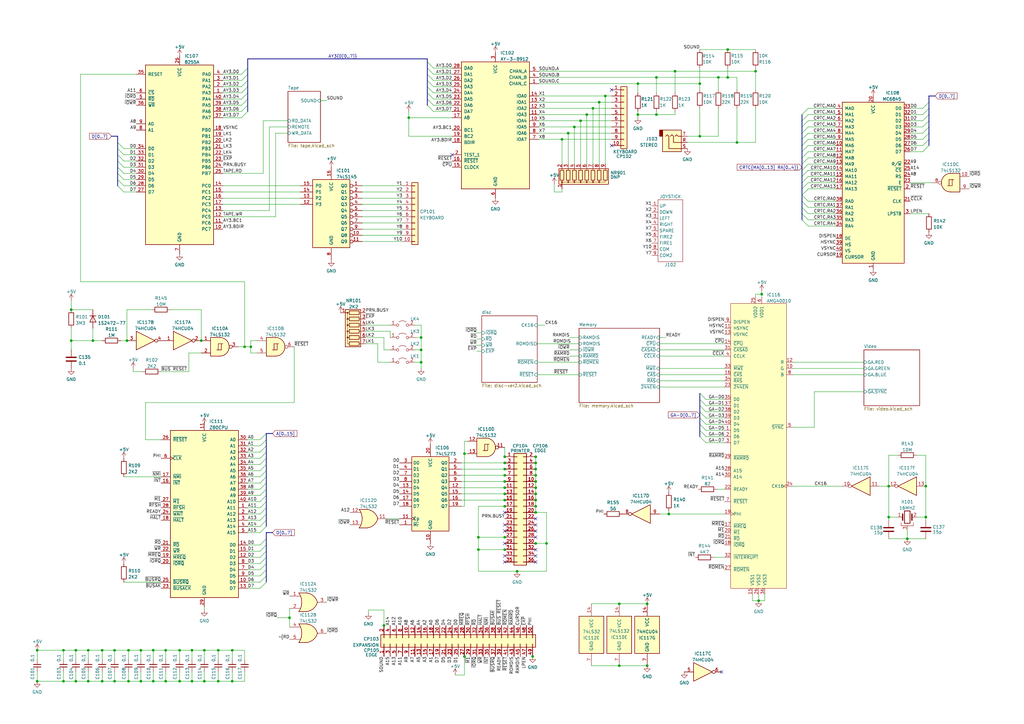
<source format=kicad_sch>
(kicad_sch (version 20211123) (generator eeschema)
  (paper "A3")
  (title_block (title "CPC6128 MC0020x") (date "2022-08-20") (rev "1") (company "Amstrad plc"))
  (junction (at 41.91 266.7))
  (junction (at 379.73 199.39))
  (junction (at 36.195 279.4))
  (junction (at 172.72 138.43))
  (junction (at 294.64 31.75))
  (junction (at 274.32 210.82))
  (junction (at 62.865 266.7))
  (junction (at 207.01 207.645))
  (junction (at 379.73 212.09))
  (junction (at 196.215 225.425))
  (junction (at 196.215 220.345))
  (junction (at 207.01 220.345))
  (junction (at 269.24 46.99))
  (junction (at 219.71 207.645))
  (junction (at 73.66 266.7))
  (junction (at 287.02 34.29))
  (junction (at 102.87 142.24))
  (junction (at 207.01 192.405))
  (junction (at 312.42 120.65))
  (junction (at 364.49 199.39))
  (junction (at 261.62 34.29))
  (junction (at 46.99 279.4))
  (junction (at 298.45 20.32))
  (junction (at 230.505 57.15))
  (junction (at 207.01 189.865))
  (junction (at 89.535 279.4))
  (junction (at 15.24 266.7))
  (junction (at 265.43 273.05))
  (junction (at 172.72 148.59))
  (junction (at 190.5 269.24))
  (junction (at 219.71 205.105))
  (junction (at 57.785 279.4))
  (junction (at 83.82 266.7))
  (junction (at 38.1 139.7))
  (junction (at 78.74 266.7))
  (junction (at 62.865 279.4))
  (junction (at 372.11 220.98))
  (junction (at 243.205 44.45))
  (junction (at 364.49 212.09))
  (junction (at 218.44 269.24))
  (junction (at 238.125 49.53))
  (junction (at 254 273.05))
  (junction (at 207.01 194.945))
  (junction (at 52.705 266.7))
  (junction (at 67.945 266.7))
  (junction (at 41.91 279.4))
  (junction (at 29.21 127))
  (junction (at 29.21 139.7))
  (junction (at 95.25 266.7))
  (junction (at 302.26 58.42))
  (junction (at 207.01 187.325))
  (junction (at 190.5 186.055))
  (junction (at 57.785 266.7))
  (junction (at 26.035 279.4))
  (junction (at 207.01 200.025))
  (junction (at 254 247.65))
  (junction (at 83.82 279.4))
  (junction (at 207.01 225.425))
  (junction (at 245.745 41.91))
  (junction (at 219.71 202.565))
  (junction (at 240.665 46.99))
  (junction (at 269.24 31.75))
  (junction (at 219.71 192.405))
  (junction (at 78.74 279.4))
  (junction (at 95.25 279.4))
  (junction (at 248.285 39.37))
  (junction (at 298.45 31.75))
  (junction (at 100.33 142.24))
  (junction (at 219.71 197.485))
  (junction (at 219.71 187.325))
  (junction (at 167.64 48.26))
  (junction (at 219.71 194.945))
  (junction (at 73.66 279.4))
  (junction (at 89.535 266.7))
  (junction (at 233.045 54.61))
  (junction (at 212.09 234.315))
  (junction (at 52.705 279.4))
  (junction (at 309.88 29.21))
  (junction (at 52.07 139.7))
  (junction (at 46.99 266.7))
  (junction (at 36.195 266.7))
  (junction (at 26.035 266.7))
  (junction (at 207.01 202.565))
  (junction (at 219.71 189.865))
  (junction (at 67.945 279.4))
  (junction (at 31.115 266.7))
  (junction (at 219.71 210.185))
  (junction (at 287.02 55.88))
  (junction (at 276.86 29.21))
  (junction (at 224.155 222.885))
  (junction (at 157.48 256.54))
  (junction (at 265.43 247.65))
  (junction (at 118.745 253.365))
  (junction (at 31.115 279.4))
  (junction (at 15.24 279.4))
  (junction (at 311.15 246.38))
  (junction (at 82.55 139.7))
  (junction (at 219.71 222.885))
  (junction (at 172.72 143.51))
  (junction (at 207.01 205.105))
  (junction (at 219.71 200.025))
  (junction (at 261.62 46.99))
  (junction (at 207.01 197.485))
  (junction (at 235.585 52.07))
  (no_connect (at 207.01 230.505))
  (no_connect (at 219.71 230.505))
  (no_connect (at 185.42 63.5))
  (no_connect (at 250.825 36.83))
  (no_connect (at 250.825 59.69))
  (no_connect (at 207.01 210.185))
  (no_connect (at 207.01 215.265))
  (no_connect (at 207.01 217.805))
  (no_connect (at 207.01 222.885))
  (no_connect (at 219.71 212.725))
  (no_connect (at 219.71 215.265))
  (no_connect (at 219.71 217.805))
  (no_connect (at 219.71 227.965))
  (no_connect (at 219.71 220.345))
  (no_connect (at 219.71 225.425))
  (no_connect (at 207.01 227.965))
  (no_connect (at 295.91 275.59))
  (bus_entry (at 175.26 27.94) (size 2.54 2.54))
  (bus_entry (at 109.22 193.04) (size -2.54 2.54))
  (bus_entry (at 381 59.69) (size -2.54 2.54))
  (bus_entry (at 287.02 163.83) (size 2.54 2.54))
  (bus_entry (at 109.22 190.5) (size -2.54 2.54))
  (bus_entry (at 287.02 161.29) (size 2.54 2.54))
  (bus_entry (at 109.22 236.22) (size -2.54 2.54))
  (bus_entry (at 109.22 223.52) (size -2.54 2.54))
  (bus_entry (at 287.02 179.07) (size 2.54 2.54))
  (bus_entry (at 328.93 90.17) (size 2.54 2.54))
  (bus_entry (at 109.22 182.88) (size -2.54 2.54))
  (bus_entry (at 328.93 80.01) (size 2.54 -2.54))
  (bus_entry (at 109.22 195.58) (size -2.54 2.54))
  (bus_entry (at 48.26 58.42) (size 2.54 2.54))
  (bus_entry (at 328.93 59.69) (size 2.54 -2.54))
  (bus_entry (at 48.26 63.5) (size 2.54 2.54))
  (bus_entry (at 175.26 43.18) (size 2.54 2.54))
  (bus_entry (at 328.93 77.47) (size 2.54 -2.54))
  (bus_entry (at 101.6 30.48) (size -2.54 2.54))
  (bus_entry (at 381 46.99) (size -2.54 2.54))
  (bus_entry (at 109.22 198.12) (size -2.54 2.54))
  (bus_entry (at 328.93 72.39) (size 2.54 -2.54))
  (bus_entry (at 328.93 52.07) (size 2.54 -2.54))
  (bus_entry (at 287.02 166.37) (size 2.54 2.54))
  (bus_entry (at 175.26 40.64) (size 2.54 2.54))
  (bus_entry (at 175.26 33.02) (size 2.54 2.54))
  (bus_entry (at 48.26 76.2) (size 2.54 2.54))
  (bus_entry (at 175.26 30.48) (size 2.54 2.54))
  (bus_entry (at 381 49.53) (size -2.54 2.54))
  (bus_entry (at 328.93 64.77) (size 2.54 -2.54))
  (bus_entry (at 109.22 205.74) (size -2.54 2.54))
  (bus_entry (at 328.93 54.61) (size 2.54 -2.54))
  (bus_entry (at 381 57.15) (size -2.54 2.54))
  (bus_entry (at 109.22 177.8) (size -2.54 2.54))
  (bus_entry (at 328.93 82.55) (size 2.54 2.54))
  (bus_entry (at 109.22 208.28) (size -2.54 2.54))
  (bus_entry (at 287.02 168.91) (size 2.54 2.54))
  (bus_entry (at 328.93 62.23) (size 2.54 -2.54))
  (bus_entry (at 109.22 210.82) (size -2.54 2.54))
  (bus_entry (at 109.22 187.96) (size -2.54 2.54))
  (bus_entry (at 48.26 71.12) (size 2.54 2.54))
  (bus_entry (at 109.22 226.06) (size -2.54 2.54))
  (bus_entry (at 109.22 228.6) (size -2.54 2.54))
  (bus_entry (at 109.22 180.34) (size -2.54 2.54))
  (bus_entry (at 175.26 35.56) (size 2.54 2.54))
  (bus_entry (at 175.26 25.4) (size 2.54 2.54))
  (bus_entry (at 101.6 35.56) (size -2.54 2.54))
  (bus_entry (at 101.6 38.1) (size -2.54 2.54))
  (bus_entry (at 109.22 213.36) (size -2.54 2.54))
  (bus_entry (at 101.6 33.02) (size -2.54 2.54))
  (bus_entry (at 287.02 173.99) (size 2.54 2.54))
  (bus_entry (at 101.6 40.64) (size -2.54 2.54))
  (bus_entry (at 48.26 73.66) (size 2.54 2.54))
  (bus_entry (at 48.26 66.04) (size 2.54 2.54))
  (bus_entry (at 381 54.61) (size -2.54 2.54))
  (bus_entry (at 328.93 74.93) (size 2.54 -2.54))
  (bus_entry (at 48.26 68.58) (size 2.54 2.54))
  (bus_entry (at 109.22 203.2) (size -2.54 2.54))
  (bus_entry (at 287.02 171.45) (size 2.54 2.54))
  (bus_entry (at 109.22 238.76) (size -2.54 2.54))
  (bus_entry (at 101.6 43.18) (size -2.54 2.54))
  (bus_entry (at 287.02 176.53) (size 2.54 2.54))
  (bus_entry (at 109.22 220.98) (size -2.54 2.54))
  (bus_entry (at 109.22 215.9) (size -2.54 2.54))
  (bus_entry (at 328.93 67.31) (size 2.54 -2.54))
  (bus_entry (at 175.26 38.1) (size 2.54 2.54))
  (bus_entry (at 109.22 200.66) (size -2.54 2.54))
  (bus_entry (at 381 52.07) (size -2.54 2.54))
  (bus_entry (at 109.22 233.68) (size -2.54 2.54))
  (bus_entry (at 381 44.45) (size -2.54 2.54))
  (bus_entry (at 328.93 85.09) (size 2.54 2.54))
  (bus_entry (at 101.6 45.72) (size -2.54 2.54))
  (bus_entry (at 328.93 69.85) (size 2.54 -2.54))
  (bus_entry (at 328.93 46.99) (size 2.54 -2.54))
  (bus_entry (at 101.6 27.94) (size -2.54 2.54))
  (bus_entry (at 328.93 57.15) (size 2.54 -2.54))
  (bus_entry (at 328.93 49.53) (size 2.54 -2.54))
  (bus_entry (at 109.22 231.14) (size -2.54 2.54))
  (bus_entry (at 381 41.91) (size -2.54 2.54))
  (bus_entry (at 328.93 87.63) (size 2.54 2.54))
  (bus_entry (at 48.26 60.96) (size 2.54 2.54))
  (bus_entry (at 109.22 185.42) (size -2.54 2.54))
  (bus_entry (at 328.93 80.01) (size 2.54 2.54))
  (wire (pts (xy 59.69 165.1) (xy 59.69 180.34)))
  (wire (pts (xy 378.46 54.61) (xy 373.38 54.61)))
  (wire (pts (xy 364.49 220.98) (xy 372.11 220.98)))
  (wire (pts (xy 41.91 279.4) (xy 36.195 279.4)))
  (wire (pts (xy 46.99 275.59) (xy 46.99 279.4)))
  (wire (pts (xy 287.02 55.88) (xy 287.02 44.45)))
  (wire (pts (xy 311.15 243.84) (xy 311.15 246.38)))
  (wire (pts (xy 289.56 163.83) (xy 297.18 163.83)))
  (wire (pts (xy 331.47 64.77) (xy 342.9 64.77)))
  (wire (pts (xy 95.25 279.4) (xy 95.25 275.59)))
  (wire (pts (xy 269.24 31.75) (xy 269.24 38.1)))
  (bus (pts (xy 328.93 62.23) (xy 328.93 64.77)))
  (wire (pts (xy 270.51 143.51) (xy 297.18 143.51)))
  (wire (pts (xy 83.82 279.4) (xy 89.535 279.4)))
  (wire (pts (xy 95.25 279.4) (xy 100.33 279.4)))
  (wire (pts (xy 242.57 273.05) (xy 254 273.05)))
  (wire (pts (xy 149.86 135.89) (xy 160.02 135.89)))
  (wire (pts (xy 91.44 76.2) (xy 123.19 76.2)))
  (bus (pts (xy 109.22 193.04) (xy 109.22 195.58)))
  (wire (pts (xy 378.46 46.99) (xy 373.38 46.99)))
  (wire (pts (xy 298.45 31.75) (xy 302.26 31.75)))
  (wire (pts (xy 331.47 69.85) (xy 342.9 69.85)))
  (wire (pts (xy 190.5 180.975) (xy 190.5 186.055)))
  (wire (pts (xy 331.47 44.45) (xy 342.9 44.45)))
  (bus (pts (xy 109.22 200.66) (xy 109.22 203.2)))
  (bus (pts (xy 328.93 74.93) (xy 328.93 77.47)))
  (wire (pts (xy 331.47 87.63) (xy 342.9 87.63)))
  (wire (pts (xy 378.46 57.15) (xy 373.38 57.15)))
  (wire (pts (xy 372.11 220.98) (xy 379.73 220.98)))
  (wire (pts (xy 50.8 60.96) (xy 55.88 60.96)))
  (wire (pts (xy 212.09 234.315) (xy 196.215 234.315)))
  (bus (pts (xy 381 41.91) (xy 381 44.45)))
  (wire (pts (xy 309.88 29.21) (xy 309.88 36.83)))
  (wire (pts (xy 219.71 194.945) (xy 219.71 197.485)))
  (bus (pts (xy 381 46.99) (xy 381 49.53)))
  (wire (pts (xy 224.155 222.885) (xy 219.71 222.885)))
  (wire (pts (xy 373.38 74.93) (xy 382.27 74.93)))
  (bus (pts (xy 48.26 68.58) (xy 48.26 71.12)))
  (wire (pts (xy 270.51 153.67) (xy 297.18 153.67)))
  (wire (pts (xy 83.82 270.51) (xy 83.82 266.7)))
  (wire (pts (xy 368.3 212.09) (xy 364.49 212.09)))
  (wire (pts (xy 106.68 228.6) (xy 101.6 228.6)))
  (wire (pts (xy 308.61 243.84) (xy 308.61 246.38)))
  (bus (pts (xy 109.22 195.58) (xy 109.22 198.12)))
  (bus (pts (xy 48.26 71.12) (xy 48.26 73.66)))
  (wire (pts (xy 233.68 138.43) (xy 237.49 138.43)))
  (wire (pts (xy 83.82 172.72) (xy 83.82 173.99)))
  (wire (pts (xy 309.88 44.45) (xy 309.88 58.42)))
  (wire (pts (xy 31.115 279.4) (xy 26.035 279.4)))
  (wire (pts (xy 292.735 228.6) (xy 297.18 228.6)))
  (wire (pts (xy 54.61 152.4) (xy 54.61 151.13)))
  (wire (pts (xy 73.66 266.7) (xy 78.74 266.7)))
  (bus (pts (xy 328.93 67.31) (xy 328.93 69.85)))
  (wire (pts (xy 220.98 41.91) (xy 245.745 41.91)))
  (wire (pts (xy 78.74 279.4) (xy 78.74 275.59)))
  (wire (pts (xy 289.56 166.37) (xy 297.18 166.37)))
  (bus (pts (xy 48.26 63.5) (xy 48.26 66.04)))
  (bus (pts (xy 101.6 35.56) (xy 101.6 33.02)))
  (bus (pts (xy 109.22 218.44) (xy 109.22 220.98)))
  (wire (pts (xy 196.215 220.345) (xy 196.215 225.425)))
  (wire (pts (xy 57.785 275.59) (xy 57.785 279.4)))
  (wire (pts (xy 207.01 187.325) (xy 207.01 183.515)))
  (wire (pts (xy 177.8 38.1) (xy 185.42 38.1)))
  (wire (pts (xy 276.86 29.21) (xy 276.86 38.1)))
  (wire (pts (xy 50.8 76.2) (xy 55.88 76.2)))
  (wire (pts (xy 148.59 96.52) (xy 165.1 96.52)))
  (wire (pts (xy 311.15 246.38) (xy 308.61 246.38)))
  (bus (pts (xy 328.93 59.69) (xy 328.93 62.23)))
  (wire (pts (xy 91.44 43.18) (xy 99.06 43.18)))
  (wire (pts (xy 29.21 123.19) (xy 29.21 127)))
  (wire (pts (xy 148.59 88.9) (xy 165.1 88.9)))
  (wire (pts (xy 261.62 34.29) (xy 261.62 38.1)))
  (wire (pts (xy 378.46 59.69) (xy 373.38 59.69)))
  (bus (pts (xy 109.22 233.68) (xy 109.22 236.22)))
  (wire (pts (xy 33.02 30.48) (xy 33.02 115.57)))
  (wire (pts (xy 149.86 138.43) (xy 157.48 138.43)))
  (wire (pts (xy 287.02 27.94) (xy 287.02 34.29)))
  (wire (pts (xy 230.505 67.31) (xy 230.505 57.15)))
  (wire (pts (xy 379.73 199.39) (xy 379.73 212.09)))
  (wire (pts (xy 36.195 266.7) (xy 41.91 266.7)))
  (bus (pts (xy 328.93 54.61) (xy 328.93 57.15)))
  (wire (pts (xy 220.98 29.21) (xy 276.86 29.21)))
  (bus (pts (xy 109.22 236.22) (xy 109.22 238.76)))
  (wire (pts (xy 276.86 46.99) (xy 269.24 46.99)))
  (wire (pts (xy 240.665 46.99) (xy 250.825 46.99)))
  (wire (pts (xy 151.13 251.46) (xy 151.13 250.19)))
  (wire (pts (xy 101.6 210.82) (xy 106.68 210.82)))
  (wire (pts (xy 189.23 192.405) (xy 207.01 192.405)))
  (bus (pts (xy 109.22 180.34) (xy 109.22 182.88)))
  (bus (pts (xy 45.72 55.88) (xy 48.26 55.88)))
  (bus (pts (xy 101.6 40.64) (xy 101.6 38.1)))
  (wire (pts (xy 91.44 78.74) (xy 123.19 78.74)))
  (wire (pts (xy 172.72 143.51) (xy 172.72 148.59)))
  (wire (pts (xy 62.865 279.4) (xy 62.865 275.59)))
  (wire (pts (xy 378.46 62.23) (xy 373.38 62.23)))
  (wire (pts (xy 270.51 151.13) (xy 297.18 151.13)))
  (wire (pts (xy 101.6 198.12) (xy 106.68 198.12)))
  (bus (pts (xy 328.93 82.55) (xy 328.93 85.09)))
  (wire (pts (xy 157.48 143.51) (xy 160.02 143.51)))
  (wire (pts (xy 309.88 121.92) (xy 309.88 120.65)))
  (wire (pts (xy 106.68 233.68) (xy 101.6 233.68)))
  (wire (pts (xy 102.87 142.24) (xy 102.87 139.7)))
  (wire (pts (xy 309.88 58.42) (xy 302.26 58.42)))
  (wire (pts (xy 91.44 38.1) (xy 99.06 38.1)))
  (bus (pts (xy 101.6 43.18) (xy 101.6 45.72)))
  (wire (pts (xy 190.5 186.055) (xy 191.77 186.055)))
  (wire (pts (xy 220.345 133.35) (xy 223.52 133.35)))
  (wire (pts (xy 270.51 158.75) (xy 297.18 158.75)))
  (wire (pts (xy 219.71 197.485) (xy 219.71 200.025)))
  (wire (pts (xy 77.47 144.78) (xy 82.55 144.78)))
  (wire (pts (xy 313.69 243.84) (xy 313.69 246.38)))
  (wire (pts (xy 113.03 88.9) (xy 113.03 54.61)))
  (wire (pts (xy 101.6 213.36) (xy 106.68 213.36)))
  (bus (pts (xy 328.93 80.01) (xy 328.93 82.55)))
  (wire (pts (xy 189.23 194.945) (xy 207.01 194.945)))
  (wire (pts (xy 325.12 153.67) (xy 354.33 153.67)))
  (wire (pts (xy 364.49 212.09) (xy 364.49 213.36)))
  (wire (pts (xy 106.68 236.22) (xy 101.6 236.22)))
  (wire (pts (xy 101.6 193.04) (xy 106.68 193.04)))
  (wire (pts (xy 331.47 46.99) (xy 342.9 46.99)))
  (bus (pts (xy 328.93 72.39) (xy 328.93 74.93)))
  (wire (pts (xy 67.945 270.51) (xy 67.945 266.7)))
  (wire (pts (xy 331.47 90.17) (xy 342.9 90.17)))
  (wire (pts (xy 29.21 127) (xy 38.1 127)))
  (wire (pts (xy 120.65 165.1) (xy 59.69 165.1)))
  (wire (pts (xy 195.58 144.018) (xy 197.612 144.018)))
  (wire (pts (xy 46.99 266.7) (xy 52.705 266.7)))
  (wire (pts (xy 196.215 207.645) (xy 196.215 220.345)))
  (wire (pts (xy 100.33 279.4) (xy 100.33 275.59)))
  (wire (pts (xy 331.47 67.31) (xy 342.9 67.31)))
  (wire (pts (xy 110.49 86.36) (xy 110.49 52.07)))
  (bus (pts (xy 109.22 220.98) (xy 109.22 223.52)))
  (bus (pts (xy 109.22 228.6) (xy 109.22 231.14)))
  (wire (pts (xy 167.64 55.88) (xy 185.42 55.88)))
  (wire (pts (xy 219.71 207.645) (xy 219.71 205.105)))
  (bus (pts (xy 109.22 187.96) (xy 109.22 190.5)))
  (wire (pts (xy 270.51 140.97) (xy 297.18 140.97)))
  (wire (pts (xy 101.6 203.2) (xy 106.68 203.2)))
  (wire (pts (xy 154.94 148.59) (xy 160.02 148.59)))
  (wire (pts (xy 325.12 199.39) (xy 345.44 199.39)))
  (wire (pts (xy 46.99 279.4) (xy 52.705 279.4)))
  (wire (pts (xy 220.98 39.37) (xy 248.285 39.37)))
  (wire (pts (xy 160.02 135.89) (xy 160.02 138.43)))
  (wire (pts (xy 106.68 226.06) (xy 101.6 226.06)))
  (wire (pts (xy 261.62 45.72) (xy 261.62 46.99)))
  (wire (pts (xy 38.1 134.62) (xy 38.1 139.7)))
  (bus (pts (xy 175.26 33.02) (xy 175.26 35.56)))
  (wire (pts (xy 220.98 44.45) (xy 243.205 44.45)))
  (wire (pts (xy 62.865 266.7) (xy 67.945 266.7)))
  (bus (pts (xy 109.22 205.74) (xy 109.22 208.28)))
  (wire (pts (xy 298.45 31.75) (xy 294.64 31.75)))
  (wire (pts (xy 167.64 48.26) (xy 167.64 55.88)))
  (wire (pts (xy 233.045 54.61) (xy 250.825 54.61)))
  (wire (pts (xy 41.91 266.7) (xy 41.91 270.51)))
  (wire (pts (xy 219.71 210.185) (xy 219.71 207.645)))
  (wire (pts (xy 170.18 148.59) (xy 172.72 148.59)))
  (wire (pts (xy 245.745 41.91) (xy 245.745 67.31)))
  (wire (pts (xy 378.46 44.45) (xy 373.38 44.45)))
  (bus (pts (xy 328.93 57.15) (xy 328.93 59.69)))
  (wire (pts (xy 360.68 199.39) (xy 364.49 199.39)))
  (wire (pts (xy 331.47 85.09) (xy 342.9 85.09)))
  (wire (pts (xy 177.8 33.02) (xy 185.42 33.02)))
  (wire (pts (xy 91.44 71.12) (xy 107.95 71.12)))
  (wire (pts (xy 289.56 181.61) (xy 297.18 181.61)))
  (wire (pts (xy 177.8 45.72) (xy 185.42 45.72)))
  (wire (pts (xy 219.71 210.185) (xy 224.155 210.185)))
  (bus (pts (xy 175.26 40.64) (xy 175.26 43.18)))
  (wire (pts (xy 59.69 180.34) (xy 66.04 180.34)))
  (wire (pts (xy 67.945 279.4) (xy 67.945 275.59)))
  (bus (pts (xy 101.6 24.13) (xy 175.26 24.13)))
  (wire (pts (xy 26.035 266.7) (xy 26.035 270.51)))
  (wire (pts (xy 101.6 200.66) (xy 106.68 200.66)))
  (wire (pts (xy 274.32 209.55) (xy 274.32 210.82)))
  (bus (pts (xy 175.26 38.1) (xy 175.26 40.64)))
  (bus (pts (xy 287.02 163.83) (xy 287.02 161.29)))
  (wire (pts (xy 31.115 266.7) (xy 31.115 270.51)))
  (wire (pts (xy 191.77 180.975) (xy 190.5 180.975)))
  (wire (pts (xy 15.24 270.51) (xy 15.24 266.7)))
  (wire (pts (xy 196.215 220.345) (xy 207.01 220.345)))
  (wire (pts (xy 170.18 143.51) (xy 172.72 143.51)))
  (wire (pts (xy 189.23 189.865) (xy 207.01 189.865)))
  (wire (pts (xy 101.6 205.74) (xy 106.68 205.74)))
  (wire (pts (xy 95.25 270.51) (xy 95.25 266.7)))
  (wire (pts (xy 177.8 27.94) (xy 185.42 27.94)))
  (wire (pts (xy 91.44 45.72) (xy 99.06 45.72)))
  (wire (pts (xy 331.47 77.47) (xy 342.9 77.47)))
  (bus (pts (xy 101.6 27.94) (xy 101.6 24.13)))
  (wire (pts (xy 148.59 93.98) (xy 165.1 93.98)))
  (wire (pts (xy 66.04 238.76) (xy 50.8 238.76)))
  (wire (pts (xy 220.345 148.59) (xy 237.49 148.59)))
  (wire (pts (xy 58.42 152.4) (xy 54.61 152.4)))
  (wire (pts (xy 334.01 175.26) (xy 334.01 160.655)))
  (wire (pts (xy 73.66 270.51) (xy 73.66 266.7)))
  (wire (pts (xy 50.8 66.04) (xy 55.88 66.04)))
  (bus (pts (xy 328.93 52.07) (xy 328.93 54.61)))
  (bus (pts (xy 109.22 231.14) (xy 109.22 233.68)))
  (wire (pts (xy 50.8 73.66) (xy 55.88 73.66)))
  (wire (pts (xy 219.71 189.865) (xy 219.71 192.405)))
  (wire (pts (xy 118.745 249.555) (xy 118.745 253.365)))
  (wire (pts (xy 91.44 83.82) (xy 123.19 83.82)))
  (bus (pts (xy 381 44.45) (xy 381 46.99)))
  (wire (pts (xy 33.02 115.57) (xy 100.33 115.57)))
  (wire (pts (xy 219.71 187.325) (xy 219.71 189.865)))
  (wire (pts (xy 379.73 186.69) (xy 379.73 199.39)))
  (wire (pts (xy 15.24 266.7) (xy 26.035 266.7)))
  (wire (pts (xy 62.23 127) (xy 52.07 127)))
  (wire (pts (xy 101.6 185.42) (xy 106.68 185.42)))
  (wire (pts (xy 276.86 29.21) (xy 309.88 29.21)))
  (wire (pts (xy 331.47 57.15) (xy 342.9 57.15)))
  (wire (pts (xy 379.73 212.09) (xy 379.73 213.36)))
  (bus (pts (xy 381 49.53) (xy 381 52.07)))
  (bus (pts (xy 101.6 40.64) (xy 101.6 43.18)))
  (wire (pts (xy 157.48 250.19) (xy 157.48 256.54)))
  (wire (pts (xy 120.65 142.24) (xy 120.65 165.1)))
  (bus (pts (xy 383.54 39.37) (xy 381 39.37)))
  (wire (pts (xy 289.56 176.53) (xy 297.18 176.53)))
  (bus (pts (xy 328.93 87.63) (xy 328.93 90.17)))
  (bus (pts (xy 175.26 35.56) (xy 175.26 38.1)))
  (wire (pts (xy 270.51 146.05) (xy 297.18 146.05)))
  (wire (pts (xy 233.045 54.61) (xy 233.045 67.31)))
  (wire (pts (xy 331.47 52.07) (xy 342.9 52.07)))
  (wire (pts (xy 83.82 248.92) (xy 83.82 250.19)))
  (wire (pts (xy 66.04 152.4) (xy 77.47 152.4)))
  (bus (pts (xy 109.22 182.88) (xy 109.22 185.42)))
  (wire (pts (xy 375.92 212.09) (xy 379.73 212.09)))
  (wire (pts (xy 189.23 200.025) (xy 207.01 200.025)))
  (wire (pts (xy 220.345 153.67) (xy 237.49 153.67)))
  (wire (pts (xy 331.47 74.93) (xy 342.9 74.93)))
  (wire (pts (xy 118.745 253.365) (xy 118.745 257.175)))
  (bus (pts (xy 48.26 60.96) (xy 48.26 63.5)))
  (wire (pts (xy 106.68 238.76) (xy 101.6 238.76)))
  (wire (pts (xy 149.86 140.97) (xy 154.94 140.97)))
  (wire (pts (xy 52.705 279.4) (xy 57.785 279.4)))
  (wire (pts (xy 177.8 30.48) (xy 185.42 30.48)))
  (wire (pts (xy 220.98 46.99) (xy 240.665 46.99)))
  (wire (pts (xy 254 273.05) (xy 265.43 273.05)))
  (wire (pts (xy 26.035 266.7) (xy 31.115 266.7)))
  (wire (pts (xy 331.47 72.39) (xy 342.9 72.39)))
  (wire (pts (xy 57.785 279.4) (xy 62.865 279.4)))
  (wire (pts (xy 100.33 142.24) (xy 102.87 142.24)))
  (wire (pts (xy 220.98 52.07) (xy 235.585 52.07)))
  (wire (pts (xy 368.3 186.69) (xy 364.49 186.69)))
  (wire (pts (xy 270.51 138.43) (xy 273.05 138.43)))
  (wire (pts (xy 148.59 99.06) (xy 165.1 99.06)))
  (bus (pts (xy 328.93 85.09) (xy 328.93 87.63)))
  (wire (pts (xy 294.64 31.75) (xy 294.64 36.83)))
  (wire (pts (xy 167.64 48.26) (xy 167.64 45.72)))
  (wire (pts (xy 189.23 205.105) (xy 207.01 205.105)))
  (bus (pts (xy 287.02 173.99) (xy 287.02 171.45)))
  (wire (pts (xy 151.13 250.19) (xy 157.48 250.19)))
  (wire (pts (xy 219.71 200.025) (xy 219.71 202.565)))
  (wire (pts (xy 110.49 52.07) (xy 118.11 52.07)))
  (bus (pts (xy 48.26 58.42) (xy 48.26 60.96)))
  (wire (pts (xy 36.195 275.59) (xy 36.195 279.4)))
  (bus (pts (xy 48.26 55.88) (xy 48.26 58.42)))
  (wire (pts (xy 101.6 215.9) (xy 106.68 215.9)))
  (wire (pts (xy 91.44 30.48) (xy 99.06 30.48)))
  (wire (pts (xy 170.18 138.43) (xy 172.72 138.43)))
  (wire (pts (xy 157.48 138.43) (xy 157.48 143.51)))
  (wire (pts (xy 269.24 45.72) (xy 269.24 46.99)))
  (wire (pts (xy 235.585 52.07) (xy 235.585 67.31)))
  (bus (pts (xy 175.26 25.4) (xy 175.26 27.94)))
  (bus (pts (xy 101.6 38.1) (xy 101.6 35.56)))
  (bus (pts (xy 328.93 77.47) (xy 328.93 80.01)))
  (bus (pts (xy 381 39.37) (xy 381 41.91)))
  (bus (pts (xy 287.02 166.37) (xy 287.02 163.83)))
  (wire (pts (xy 107.95 49.53) (xy 118.11 49.53)))
  (wire (pts (xy 107.95 71.12) (xy 107.95 49.53)))
  (wire (pts (xy 378.46 49.53) (xy 373.38 49.53)))
  (wire (pts (xy 331.47 54.61) (xy 342.9 54.61)))
  (bus (pts (xy 287.02 176.53) (xy 287.02 173.99)))
  (wire (pts (xy 131.445 41.275) (xy 133.985 41.275)))
  (wire (pts (xy 55.88 30.48) (xy 33.02 30.48)))
  (wire (pts (xy 220.345 140.97) (xy 237.49 140.97)))
  (wire (pts (xy 220.98 57.15) (xy 230.505 57.15)))
  (wire (pts (xy 254 247.65) (xy 265.43 247.65)))
  (wire (pts (xy 195.58 141.605) (xy 197.612 141.605)))
  (wire (pts (xy 89.535 279.4) (xy 89.535 275.59)))
  (wire (pts (xy 78.74 279.4) (xy 83.82 279.4)))
  (wire (pts (xy 106.68 241.3) (xy 101.6 241.3)))
  (wire (pts (xy 95.25 266.7) (xy 100.33 266.7)))
  (wire (pts (xy 91.44 40.64) (xy 99.06 40.64)))
  (wire (pts (xy 57.785 266.7) (xy 57.785 270.51)))
  (wire (pts (xy 289.56 173.99) (xy 297.18 173.99)))
  (wire (pts (xy 233.68 146.05) (xy 237.49 146.05)))
  (wire (pts (xy 66.04 195.58) (xy 50.8 195.58)))
  (wire (pts (xy 378.46 52.07) (xy 373.38 52.07)))
  (wire (pts (xy 148.59 91.44) (xy 165.1 91.44)))
  (wire (pts (xy 149.86 133.35) (xy 160.02 133.35)))
  (wire (pts (xy 105.41 144.78) (xy 102.87 144.78)))
  (wire (pts (xy 261.62 34.29) (xy 287.02 34.29)))
  (bus (pts (xy 109.22 213.36) (xy 109.22 215.9)))
  (wire (pts (xy 312.42 120.65) (xy 312.42 121.92)))
  (wire (pts (xy 248.285 39.37) (xy 248.285 67.31)))
  (bus (pts (xy 175.26 27.94) (xy 175.26 30.48)))
  (wire (pts (xy 227.33 78.74) (xy 227.33 75.438)))
  (wire (pts (xy 224.155 222.885) (xy 224.155 234.315)))
  (wire (pts (xy 281.94 55.88) (xy 287.02 55.88)))
  (bus (pts (xy 109.22 198.12) (xy 109.22 200.66)))
  (wire (pts (xy 101.6 187.96) (xy 106.68 187.96)))
  (wire (pts (xy 57.785 266.7) (xy 62.865 266.7)))
  (wire (pts (xy 331.47 62.23) (xy 342.9 62.23)))
  (wire (pts (xy 100.33 115.57) (xy 100.33 142.24)))
  (wire (pts (xy 36.195 266.7) (xy 36.195 270.51)))
  (bus (pts (xy 175.26 30.48) (xy 175.26 33.02)))
  (wire (pts (xy 269.24 46.99) (xy 261.62 46.99)))
  (wire (pts (xy 196.215 234.315) (xy 196.215 225.425)))
  (wire (pts (xy 325.12 151.13) (xy 354.33 151.13)))
  (wire (pts (xy 309.88 27.94) (xy 309.88 29.21)))
  (wire (pts (xy 331.47 59.69) (xy 342.9 59.69)))
  (wire (pts (xy 50.8 71.12) (xy 55.88 71.12)))
  (wire (pts (xy 148.59 78.74) (xy 165.1 78.74)))
  (wire (pts (xy 172.72 133.35) (xy 172.72 138.43)))
  (wire (pts (xy 41.91 275.59) (xy 41.91 279.4)))
  (wire (pts (xy 219.71 192.405) (xy 219.71 194.945)))
  (wire (pts (xy 91.44 86.36) (xy 110.49 86.36)))
  (bus (pts (xy 111.76 177.8) (xy 109.22 177.8)))
  (wire (pts (xy 274.32 210.82) (xy 297.18 210.82)))
  (bus (pts (xy 101.6 33.02) (xy 101.6 30.48)))
  (bus (pts (xy 287.02 171.45) (xy 287.02 168.91)))
  (wire (pts (xy 89.535 266.7) (xy 95.25 266.7)))
  (wire (pts (xy 148.59 86.36) (xy 165.1 86.36)))
  (wire (pts (xy 375.92 186.69) (xy 379.73 186.69)))
  (wire (pts (xy 177.8 40.64) (xy 185.42 40.64)))
  (wire (pts (xy 242.57 247.65) (xy 254 247.65)))
  (wire (pts (xy 245.745 41.91) (xy 250.825 41.91)))
  (wire (pts (xy 41.91 266.7) (xy 46.99 266.7)))
  (wire (pts (xy 113.03 54.61) (xy 118.11 54.61)))
  (bus (pts (xy 287.02 179.07) (xy 287.02 176.53)))
  (wire (pts (xy 195.58 136.525) (xy 197.612 136.525)))
  (wire (pts (xy 325.12 148.59) (xy 354.33 148.59)))
  (wire (pts (xy 49.53 139.7) (xy 52.07 139.7)))
  (wire (pts (xy 15.24 279.4) (xy 15.24 275.59)))
  (wire (pts (xy 220.98 31.75) (xy 269.24 31.75)))
  (wire (pts (xy 287.02 55.88) (xy 294.64 55.88)))
  (wire (pts (xy 235.585 52.07) (xy 250.825 52.07)))
  (bus (pts (xy 328.93 46.99) (xy 328.93 49.53)))
  (wire (pts (xy 52.07 127) (xy 52.07 139.7)))
  (wire (pts (xy 230.505 57.15) (xy 250.825 57.15)))
  (wire (pts (xy 373.38 87.63) (xy 381 87.63)))
  (wire (pts (xy 29.21 134.62) (xy 29.21 139.7)))
  (wire (pts (xy 230.505 78.74) (xy 227.33 78.74)))
  (wire (pts (xy 31.115 275.59) (xy 31.115 279.4)))
  (wire (pts (xy 298.45 20.32) (xy 309.88 20.32)))
  (wire (pts (xy 31.115 266.7) (xy 36.195 266.7)))
  (wire (pts (xy 270.51 156.21) (xy 297.18 156.21)))
  (bus (pts (xy 109.22 190.5) (xy 109.22 193.04)))
  (wire (pts (xy 154.94 140.97) (xy 154.94 148.59)))
  (wire (pts (xy 325.12 175.26) (xy 334.01 175.26)))
  (wire (pts (xy 101.6 195.58) (xy 106.68 195.58)))
  (wire (pts (xy 190.5 276.86) (xy 186.69 276.86)))
  (wire (pts (xy 29.21 139.7) (xy 38.1 139.7)))
  (wire (pts (xy 220.98 34.29) (xy 261.62 34.29)))
  (wire (pts (xy 101.6 218.44) (xy 106.68 218.44)))
  (wire (pts (xy 106.68 231.14) (xy 101.6 231.14)))
  (bus (pts (xy 328.93 69.85) (xy 328.93 72.39)))
  (wire (pts (xy 57.785 266.7) (xy 52.705 266.7)))
  (wire (pts (xy 276.86 45.72) (xy 276.86 46.99)))
  (wire (pts (xy 177.8 35.56) (xy 185.42 35.56)))
  (wire (pts (xy 78.74 270.51) (xy 78.74 266.7)))
  (wire (pts (xy 207.01 207.645) (xy 196.215 207.645)))
  (wire (pts (xy 91.44 81.28) (xy 123.19 81.28)))
  (wire (pts (xy 189.23 202.565) (xy 207.01 202.565)))
  (wire (pts (xy 224.155 210.185) (xy 224.155 222.885)))
  (wire (pts (xy 15.24 279.4) (xy 26.035 279.4)))
  (bus (pts (xy 109.22 185.42) (xy 109.22 187.96)))
  (wire (pts (xy 89.535 270.51) (xy 89.535 266.7)))
  (wire (pts (xy 106.68 223.52) (xy 101.6 223.52)))
  (wire (pts (xy 238.125 49.53) (xy 250.825 49.53)))
  (wire (pts (xy 240.665 46.99) (xy 240.665 67.31)))
  (wire (pts (xy 196.215 225.425) (xy 207.01 225.425)))
  (wire (pts (xy 274.32 210.82) (xy 270.51 210.82)))
  (wire (pts (xy 364.49 199.39) (xy 364.49 212.09)))
  (wire (pts (xy 83.82 279.4) (xy 83.82 275.59)))
  (wire (pts (xy 50.8 68.58) (xy 55.88 68.58)))
  (wire (pts (xy 67.945 266.7) (xy 73.66 266.7)))
  (wire (pts (xy 77.47 152.4) (xy 77.47 144.78)))
  (wire (pts (xy 148.59 83.82) (xy 165.1 83.82)))
  (wire (pts (xy 177.8 43.18) (xy 185.42 43.18)))
  (wire (pts (xy 309.88 120.65) (xy 312.42 120.65)))
  (wire (pts (xy 97.79 142.24) (xy 100.33 142.24)))
  (wire (pts (xy 101.6 182.88) (xy 106.68 182.88)))
  (bus (pts (xy 287.02 168.91) (xy 287.02 166.37)))
  (wire (pts (xy 302.26 58.42) (xy 302.26 44.45)))
  (wire (pts (xy 289.56 168.91) (xy 297.18 168.91)))
  (wire (pts (xy 170.18 133.35) (xy 172.72 133.35)))
  (wire (pts (xy 73.66 279.4) (xy 73.66 275.59)))
  (wire (pts (xy 52.705 270.51) (xy 52.705 266.7)))
  (wire (pts (xy 148.59 81.28) (xy 165.1 81.28)))
  (wire (pts (xy 331.47 92.71) (xy 342.9 92.71)))
  (wire (pts (xy 313.69 246.38) (xy 311.15 246.38)))
  (wire (pts (xy 172.72 148.59) (xy 172.72 151.13)))
  (wire (pts (xy 62.865 279.4) (xy 67.945 279.4)))
  (bus (pts (xy 109.22 208.28) (xy 109.22 210.82)))
  (wire (pts (xy 189.23 197.485) (xy 207.01 197.485)))
  (bus (pts (xy 48.26 73.66) (xy 48.26 76.2)))
  (wire (pts (xy 190.5 207.645) (xy 189.23 207.645)))
  (wire (pts (xy 148.59 76.2) (xy 165.1 76.2)))
  (wire (pts (xy 238.125 67.31) (xy 238.125 49.53)))
  (wire (pts (xy 331.47 82.55) (xy 342.9 82.55)))
  (wire (pts (xy 289.56 171.45) (xy 297.18 171.45)))
  (bus (pts (xy 381 52.07) (xy 381 54.61)))
  (wire (pts (xy 312.42 119.38) (xy 312.42 120.65)))
  (wire (pts (xy 289.56 179.07) (xy 297.18 179.07)))
  (wire (pts (xy 294.64 55.88) (xy 294.64 44.45)))
  (wire (pts (xy 101.6 208.28) (xy 106.68 208.28)))
  (wire (pts (xy 219.71 202.565) (xy 219.71 205.105)))
  (bus (pts (xy 101.6 30.48) (xy 101.6 27.94)))
  (wire (pts (xy 36.195 279.4) (xy 31.115 279.4)))
  (wire (pts (xy 29.21 139.7) (xy 29.21 143.51)))
  (wire (pts (xy 52.705 279.4) (xy 52.705 275.59)))
  (wire (pts (xy 113.665 253.365) (xy 118.745 253.365)))
  (wire (pts (xy 220.98 54.61) (xy 233.045 54.61)))
  (wire (pts (xy 248.285 39.37) (xy 250.825 39.37)))
  (wire (pts (xy 220.98 49.53) (xy 238.125 49.53)))
  (wire (pts (xy 73.66 279.4) (xy 78.74 279.4)))
  (wire (pts (xy 100.33 270.51) (xy 100.33 266.7)))
  (wire (pts (xy 78.74 266.7) (xy 83.82 266.7)))
  (bus (pts (xy 175.26 24.13) (xy 175.26 25.4)))
  (bus (pts (xy 48.26 66.04) (xy 48.26 68.58)))
  (wire (pts (xy 331.47 49.53) (xy 342.9 49.53)))
  (wire (pts (xy 62.865 270.51) (xy 62.865 266.7)))
  (wire (pts (xy 243.205 44.45) (xy 243.205 67.31)))
  (bus (pts (xy 109.22 223.52) (xy 109.22 226.06)))
  (wire (pts (xy 26.035 275.59) (xy 26.035 279.4)))
  (wire (pts (xy 334.01 160.655) (xy 354.33 160.655)))
  (wire (pts (xy 50.8 78.74) (xy 55.88 78.74)))
  (wire (pts (xy 243.205 44.45) (xy 250.825 44.45)))
  (bus (pts (xy 111.76 218.44) (xy 109.22 218.44)))
  (bus (pts (xy 109.22 203.2) (xy 109.22 205.74)))
  (wire (pts (xy 89.535 279.4) (xy 95.25 279.4)))
  (wire (pts (xy 46.99 279.4) (xy 41.91 279.4)))
  (wire (pts (xy 195.58 139.065) (xy 197.612 139.065)))
  (wire (pts (xy 281.94 58.42) (xy 302.26 58.42)))
  (wire (pts (xy 230.505 77.47) (xy 230.505 78.74)))
  (bus (pts (xy 328.93 49.53) (xy 328.93 52.07)))
  (wire (pts (xy 38.1 139.7) (xy 41.91 139.7)))
  (wire (pts (xy 287.02 34.29) (xy 287.02 36.83)))
  (wire (pts (xy 83.82 266.7) (xy 89.535 266.7)))
  (wire (pts (xy 91.44 88.9) (xy 113.03 88.9)))
  (bus (pts (xy 381 54.61) (xy 381 57.15)))
  (wire (pts (xy 261.62 46.99) (xy 261.62 48.26)))
  (wire (pts (xy 50.8 63.5) (xy 55.88 63.5)))
  (wire (pts (xy 91.44 48.26) (xy 99.06 48.26)))
  (wire (pts (xy 69.85 127) (xy 82.55 127)))
  (bus (pts (xy 109.22 226.06) (xy 109.22 228.6)))
  (bus (pts (xy 328.93 64.77) (xy 328.93 67.31)))
  (wire (pts (xy 91.44 33.02) (xy 99.06 33.02)))
  (wire (pts (xy 101.6 190.5) (xy 106.68 190.5)))
  (bus (pts (xy 109.22 210.82) (xy 109.22 213.36)))
  (wire (pts (xy 172.72 138.43) (xy 172.72 143.51)))
  (wire (pts (xy 294.005 200.66) (xy 297.18 200.66)))
  (wire (pts (xy 185.42 48.26) (xy 167.64 48.26)))
  (wire (pts (xy 233.68 143.51) (xy 237.49 143.51)))
  (wire (pts (xy 269.24 31.75) (xy 294.64 31.75)))
  (wire (pts (xy 67.945 279.4) (xy 73.66 279.4)))
  (wire (pts (xy 91.44 35.56) (xy 99.06 35.56)))
  (wire (pts (xy 287.02 20.32) (xy 298.45 20.32)))
  (bus (pts (xy 109.22 177.8) (xy 109.22 180.34)))
  (wire (pts (xy 101.6 180.34) (xy 106.68 180.34)))
  (wire (pts (xy 224.155 234.315) (xy 212.09 234.315)))
  (wire (pts (xy 372.11 217.17) (xy 372.11 220.98)))
  (wire (pts (xy 302.26 31.75) (xy 302.26 36.83)))
  (wire (pts (xy 364.49 186.69) (xy 364.49 199.39)))
  (bus (pts (xy 381 57.15) (xy 381 59.69)))
  (wire (pts (xy 102.87 139.7) (xy 105.41 139.7)))
  (wire (pts (xy 102.87 144.78) (xy 102.87 142.24)))
  (wire (pts (xy 190.5 269.24) (xy 190.5 276.86)))
  (wire (pts (xy 190.5 186.055) (xy 190.5 207.645)))
  (wire (pts (xy 158.75 212.725) (xy 163.83 212.725)))
  (wire (pts (xy 46.99 266.7) (xy 46.99 270.51)))
  (wire (pts (xy 298.45 27.94) (xy 298.45 31.75)))
  (wire (pts (xy 82.55 127) (xy 82.55 139.7)))
  (label "A10" (at 165.1 256.54 90))
  (label "A11" (at 55.88 38.1 180))
  (label "GA-D5" (at 297.18 176.53 180))
  (label "Y7" (at 165.1 91.44 180))
  (label "CRTC.RA2" (at 342.9 87.63 180))
  (label "~{IOWR}" (at 143.51 215.265 180))
  (label "LK3" (at 91.44 60.96 0))
  (label "CRTC.MA0" (at 342.9 44.45 180))
  (label "A11" (at 165.1 269.24 270))
  (label "A0" (at 101.6 180.34 0))
  (label "AY3.BDIR" (at 185.42 58.42 180))
  (label "X4" (at 267.335 92.075 180))
  (label "LK3" (at 149.86 135.89 0))
  (label "AY3.D0" (at 91.44 30.48 0))
  (label "A12" (at 143.51 210.185 180))
  (label "Y5" (at 165.1 86.36 180))
  (label "CK16" (at 223.52 133.35 0))
  (label "AY3.BC1" (at 185.42 53.34 180))
  (label "~{MREQ}" (at 190.5 256.54 90))
  (label "~{INT}" (at 66.04 198.12 180))
  (label "CRTC.MA7" (at 342.9 62.23 180))
  (label "X2" (at 267.335 86.995 180))
  (label "CRTC.MA5" (at 342.9 57.15 180))
  (label "LPEN" (at 215.9 269.24 270))
  (label "D1" (at 101.6 226.06 0))
  (label "D7" (at 55.88 78.74 180))
  (label "~{IOWR}" (at 233.68 143.51 180))
  (label "D1" (at 373.38 46.99 0))
  (label "A8" (at 373.38 72.39 0))
  (label "CRTC.RA0" (at 342.9 82.55 180))
  (label "SOUND" (at 287.02 20.32 180))
  (label "A11" (at 101.6 208.28 0))
  (label "SOUND.A" (at 220.98 29.21 0))
  (label "CRTC.MA6" (at 342.9 59.69 180))
  (label "~{EXP}" (at 215.9 256.54 90))
  (label "X6" (at 220.98 52.07 0))
  (label "ROMDIS" (at 210.82 269.24 270))
  (label "A4" (at 101.6 190.5 0))
  (label "PHI" (at 218.44 256.54 90))
  (label "D0" (at 187.96 256.54 90))
  (label "A9" (at 101.6 203.2 0))
  (label "AY3.D5" (at 185.42 40.64 180))
  (label "~{IORQ}" (at 297.18 223.52 180))
  (label "~{RFSH}" (at 193.04 256.54 90))
  (label "Y1" (at 165.1 76.2 180))
  (label "HSYNC" (at 297.18 134.62 180))
  (label "X2" (at 220.98 41.91 0))
  (label "A3" (at 101.6 187.96 0))
  (label "D3" (at 163.83 197.485 180))
  (label "CRTC.RA3" (at 342.9 90.17 180))
  (label "D5" (at 55.88 73.66 180))
  (label "D5" (at 373.38 57.15 0))
  (label "~{IORD}" (at 397.51 72.39 0))
  (label "CRTC.MA10" (at 342.9 69.85 180))
  (label "READY" (at 205.74 269.24 270))
  (label "GA-D6" (at 297.18 179.07 180))
  (label "PRN.BUSY" (at 207.01 212.725 180))
  (label "A13" (at 101.6 213.36 0))
  (label "AY3.D2" (at 91.44 35.56 0))
  (label "A5" (at 101.6 193.04 0))
  (label "Y2" (at 165.1 78.74 180))
  (label "Y10" (at 165.1 99.06 180))
  (label "AY3.D6" (at 185.42 43.18 180))
  (label "X4" (at 220.98 46.99 0))
  (label "A14" (at 373.38 69.85 0))
  (label "READY" (at 273.05 138.43 0))
  (label "X3" (at 267.335 89.535 180))
  (label "A9" (at 373.38 67.31 0))
  (label "CRTC.RA4" (at 342.9 92.71 180))
  (label "D5" (at 182.88 269.24 270))
  (label "D6" (at 101.6 238.76 0))
  (label "A6" (at 101.6 195.58 0))
  (label "VSYNC" (at 342.9 102.87 180))
  (label "A8" (at 167.64 256.54 90))
  (label "D1" (at 187.96 269.24 270))
  (label "~{M1}" (at 193.04 269.24 270))
  (label "D0" (at 55.88 60.96 180))
  (label "Y3" (at 165.1 81.28 180))
  (label "D2" (at 101.6 228.6 0))
  (label "~{MREQ}" (at 297.18 215.9 180))
  (label "VSYNC" (at 297.18 137.16 180))
  (label "D0" (at 101.6 223.52 0))
  (label "A1" (at 101.6 182.88 0))
  (label "PHI" (at 66.04 187.96 180))
  (label "~{ROMEN}" (at 208.28 256.54 90))
  (label "~{IORQ}" (at 195.58 269.24 270))
  (label "DISPEN" (at 342.9 97.79 180))
  (label "~{RESET}" (at 185.42 66.04 180))
  (label "D6" (at 55.88 76.2 180))
  (label "~{BUSAK}" (at 66.04 241.3 180))
  (label "CURSOR" (at 213.36 256.54 90))
  (label "GA-D0" (at 297.18 163.83 180))
  (label "~{M1}" (at 297.18 218.44 180))
  (label "D7" (at 101.6 241.3 0))
  (label "GA-D4" (at 297.18 173.99 180))
  (label "SOUND" (at 157.48 269.24 270))
  (label "LK1" (at 149.86 140.97 0))
  (label "RAMDIS" (at 213.36 269.24 270))
  (label "AY3.D1" (at 185.42 30.48 180))
  (label "A8" (at 101.6 200.66 0))
  (label "A1" (at 177.8 269.24 270))
  (label "A2" (at 101.6 185.42 0))
  (label "~{HALT}" (at 66.04 213.36 180))
  (label "A7" (at 101.6 198.12 0))
  (label "~{HALT}" (at 198.12 256.54 90))
  (label "~{IOWR}" (at 397.51 77.47 0))
  (label "~{RD" (at 118.745 262.255 180))
  (label "D2" (at 163.83 194.945 180))
  (label "GA-D7" (at 297.18 181.61 180))
  (label "~{CCLK}" (at 373.38 82.55 0))
  (label "CRTC.MA13" (at 342.9 77.47 180))
  (label "~{RAMRD}" (at 210.82 256.54 90))
  (label "A10" (at 101.6 205.74 0))
  (label "LK1" (at 91.44 55.88 0))
  (label "~{BUSRQ}" (at 203.2 269.24 270))
  (label "~{INT}" (at 200.66 269.24 270))
  (label "~{EXP}" (at 195.58 144.018 180))
  (label "X7" (at 267.335 94.615 180))
  (label "~{RAMRD}" (at 297.18 187.96 180))
  (label "~{IORQ}" (at 66.04 231.14 180))
  (label "GA-D3" (at 297.18 171.45 180))
  (label "Y10" (at 267.335 102.235 180))
  (label "AY3.D0" (at 185.42 27.94 180))
  (label "LK2" (at 149.86 138.43 0))
  (label "CURSOR" (at 342.9 105.41 180))
  (label "D3" (at 373.38 52.07 0))
  (label "A12" (at 101.6 210.82 0))
  (label "A13" (at 162.56 269.24 270))
  (label "~{RESET}" (at 373.38 77.47 0))
  (label "~{IORD}" (at 55.88 40.64 180))
  (label "X1" (at 220.98 39.37 0))
  (label "D2" (at 373.38 49.53 0))
  (label "A12" (at 162.56 256.54 90))
  (label "D4" (at 163.83 200.025 180))
  (label "A8" (at 55.88 50.8 180))
  (label "X6" (at 267.335 99.695 180))
  (label "AY3.D3" (at 185.42 35.56 180))
  (label "Y6" (at 165.1 88.9 180))
  (label "~{IOWR}" (at 133.985 247.015 0))
  (label "D7" (at 163.83 207.645 180))
  (label "~{NMI}" (at 66.04 195.58 180))
  (label "CRTC.MA8" (at 342.9 64.77 180))
  (label "CK16" (at 334.01 199.39 0))
  (label "~{INT}" (at 285.115 228.6 180))
  (label "A14" (at 160.02 256.54 90))
  (label "DISPEN" (at 297.18 132.08 180))
  (label "AY3.D2" (at 185.42 33.02 180))
  (label "HSYNC" (at 342.9 100.33 180))
  (label "LK4" (at 91.44 63.5 0))
  (label "X1" (at 267.335 84.455 180))
  (label "~{CPU}" (at 297.18 140.97 180))
  (label "~{IORQ}" (at 113.665 253.365 180))
  (label "~{BUS RESET}" (at 205.74 256.54 90))
  (label "~{RESET}" (at 233.045 153.67 180))
  (label "A15" (at 297.18 193.04 180))
  (label "D5" (at 163.83 202.565 180))
  (label "A0" (at 177.8 256.54 90))
  (label "READY" (at 286.385 200.66 180))
  (label "D4" (at 55.88 71.12 180))
  (label "CRTC.MA1" (at 342.9 46.99 180))
  (label "~{IOWR}" (at 55.88 43.18 180))
  (label "~{CCLK}" (at 297.18 146.05 180))
  (label "~{BUSRQ}" (at 66.04 238.76 180))
  (label "TAPE.WR" (at 91.44 88.9 0))
  (label "~{MREQ}" (at 66.04 228.6 180))
  (label "~{IORD}" (at 133.985 259.715 0))
  (label "AY3.D5" (at 91.44 43.18 0))
  (label "AY3.BC1" (at 91.44 91.44 0))
  (label "A14" (at 297.18 195.58 180))
  (label "Y9" (at 165.1 96.52 180))
  (label "~{ROMEN}" (at 233.68 148.59 180))
  (label "D6" (at 163.83 205.105 180))
  (label "~{EXP}" (at 91.44 66.04 0))
  (label "~{IORQ}" (at 195.58 136.525 180))
  (label "A6" (at 170.18 256.54 90))
  (label "LK2" (at 91.44 58.42 0))
  (label "Y4" (at 165.1 83.82 180))
  (label "AY3.D3" (at 91.44 38.1 0))
  (label "CRTC.MA11" (at 342.9 72.39 180))
  (label "~{RD}" (at 195.58 139.065 180))
  (label "A9" (at 55.88 53.34 180))
  (label "~{M1}" (at 66.04 205.74 180))
  (label "AY3.D1" (at 91.44 33.02 0))
  (label "D4" (at 373.38 54.61 0))
  (label "D3" (at 101.6 231.14 0))
  (label "~{RESET}" (at 208.28 269.24 270))
  (label "A7" (at 170.18 269.24 270))
  (label "CRTC.MA4" (at 342.9 54.61 180))
  (label "D3" (at 55.88 68.58 180))
  (label "~{ROMEN}" (at 297.18 233.68 180))
  (label "Y7" (at 267.335 104.775 180))
  (label "A4" (at 172.72 256.54 90))
  (label "D6" (at 180.34 256.54 90))
  (label "AY3.D4" (at 185.42 38.1 180))
  (label "~{RESET}" (at 163.83 215.265 180))
  (label "X5" (at 267.335 97.155 180))
  (label "GA-D1" (at 297.18 166.37 180))
  (label "AY3{D[0..7]}" (at 134.62 24.13 0))
  (label "A14" (at 101.6 215.9 0))
  (label "X7" (at 220.98 54.61 0))
  (label "~{RAMRD}" (at 233.68 146.05 180))
  (label "A3" (at 175.26 269.24 270))
  (label "D4" (at 182.88 256.54 90))
  (label "~{RFSH}" (at 66.04 208.28 180))
  (label "CRTC.RA1" (at 342.9 85.09 180))
  (label "~{WR}" (at 66.04 226.06 180))
  (label "ROMDIS" (at 234.188 140.97 180))
  (label "~{NMI}" (at 200.66 256.54 90))
  (label "AY3.D4" (at 91.44 40.64 0))
  (label "D1" (at 163.83 192.405 180))
  (label "SOUND.C" (at 220.98 34.29 0))
  (label "LK4" (at 149.86 133.35 0))
  (label "~{RD}" (at 297.18 220.98 180))
  (label "GA-D2" (at 297.18 168.91 180))
  (label "~{BUS RESET}" (at 66.04 152.4 0))
  (label "A15" (at 160.02 269.24 270))
  (label "X3" (at 220.98 44.45 0))
  (label "CRTC.MA3" (at 342.9 52.07 180))
  (label "A15" (at 101.6 218.44 0))
  (label "AY3.D7" (at 91.44 48.26 0))
  (label "D7" (at 180.34 269.24 270))
  (label "A5" (at 172.72 269.24 270))
  (label "CRTC.MA12" (at 342.9 74.93 180))
  (label "D3" (at 185.42 269.24 270))
  (label "~{BUSAK}" (at 203.2 256.54 90))
  (label "RAMDIS" (at 233.68 138.43 180))
  (label "D7" (at 373.38 62.23 0))
  (label "D5" (at 101.6 236.22 0))
  (label "D0" (at 373.38 44.45 0))
  (label "~{RD}" (at 66.04 223.52 180))
  (label "~{CPU}" (at 185.42 68.58 180))
  (label "AY3.D7" (at 185.42 45.72 180))
  (label "AY3.D6" (at 91.44 45.72 0))
  (label "VSYNC" (at 91.44 53.34 0))
  (label "~{EXP}" (at 149.86 130.81 0))
  (label "SOUND.B" (at 220.98 31.75 0))
  (label "TAPE.RD" (at 91.44 71.12 0))
  (label "CRTC.MA2" (at 342.9 49.53 180))
  (label "D4" (at 101.6 233.68 0))
  (label "~{RD}" (at 195.58 256.54 90))
  (label "~{RESET}" (at 120.65 142.24 0))
  (label "READY" (at 66.04 210.82 180))
  (label "D0" (at 163.83 189.865 180))
  (label "~{RESET}" (at 297.18 205.74 180))
  (label "PHI" (at 247.65 210.82 180))
  (label "D6" (at 373.38 59.69 0))
  (label "Y8" (at 165.1 93.98 180))
  (label "X8" (at 220.98 57.15 0))
  (label "PRN.BUSY" (at 149.86 128.27 0))
  (label "PRN.BUSY" (at 91.44 68.58 0))
  (label "CRTC.MA9" (at 342.9 67.31 180))
  (label "LPEN" (at 373.38 87.63 0))
  (label "A9" (at 167.64 269.24 270))
  (label "~{WR}" (at 198.12 269.24 270))
  (label "X5" (at 220.98 49.53 0))
  (label "A2" (at 175.26 256.54 90))
  (label "SOUND" (at 133.985 41.275 0))
  (label "D2" (at 185.42 256.54 90))
  (label "D2" (at 55.88 66.04 180))
  (label "AY3.BDIR" (at 91.44 93.98 0))
  (label "D1" (at 55.88 63.5 180))
  (label "~{WR}" (at 118.745 244.475 180))
  (label "~{WR}" (at 195.58 141.605 180))
  (global_label "D[0..7]" (shape input) (at 45.72 55.88 180) (property "Intersheet References" "${INTERSHEET_REFS}" (effects hide)))
  (global_label "A[0..15]" (shape input) (at 111.76 177.8 0) (property "Intersheet References" "${INTERSHEET_REFS}" (effects hide)))
  (global_label "GA-D[0..7]" (shape input) (at 287.02 170.18 180) (property "Intersheet References" "${INTERSHEET_REFS}" (effects hide)))
  (global_label "D[0..7]" (shape input) (at 383.54 39.37 0) (property "Intersheet References" "${INTERSHEET_REFS}" (effects hide)))
  (global_label "D[0..7]" (shape input) (at 111.76 218.44 0) (property "Intersheet References" "${INTERSHEET_REFS}" (effects hide)))
  (global_label "CRTC{MA[0..13] RA[0..4]}" (shape input) (at 328.93 68.58 180) (property "Intersheet References" "${INTERSHEET_REFS}" (effects hide)))
  (symbol (lib_id "Device:R") (at 294.64 40.64 180) (unit 1)
    (property "Reference" "R118" (at 295.91 39.37 0) (effects (justify right)))
    (property "Value" "22K" (at 295.91 41.91 0) (effects (justify right)))
    (property "Footprint" "Resistor_THT:R_Axial_DIN0207_L6.3mm_D2.5mm_P10.16mm_Horizontal" (effects hide))
  )
  (symbol (lib_id "Connector_Generic:Conn_02x18_Odd_Even") (at 212.09 207.645 0) (unit 1) (in_bom no)
    (property "Reference" "CP106" (at 221.615 182.88 0))
    (property "Value" "EDGE" (at 221.615 184.785 0))
    (property "Footprint" "Amstrad-CPC:Edge_Conn_2x17" (effects hide))
  )
  (symbol (lib_id "Device:R") (at 66.04 127 90) (unit 1)
    (property "Reference" "R145" (at 66.04 122.2842 90))
    (property "Value" "10M" (at 66.04 124.8211 90))
    (property "Footprint" "Resistor_THT:R_Axial_DIN0207_L6.3mm_D2.5mm_P10.16mm_Horizontal" (effects hide))
  )
  (symbol (lib_id "power:GND") (at 29.21 151.13 0) (unit 1)
    (property "Reference" "#PWR0117" (effects hide))
    (property "Value" "GND" (at 29.21 155.5734 0))
  )
  (symbol (lib_id "Device:C_Small") (at 57.785 273.05 180) (unit 1)
    (property "Reference" "C109" (at 55.88 276.225 90))
    (property "Value" "0.1" (at 55.88 269.875 90))
    (property "Footprint" "Capacitor_THT:C_Disc_D4.3mm_W1.9mm_P5.00mm" (effects hide))
  )
  (symbol (lib_id "Device:R_Network06") (at 144.78 135.89 90) (mirror x) (unit 1)
    (property "Reference" "NR101" (at 145.034 123.3002 90))
    (property "Value" "2K2" (at 145.034 125.8371 90))
    (property "Footprint" "Resistor_THT:R_Array_SIP7" (effects hide))
    (property "Datasheet" "http://www.vishay.com/docs/31509/csc.pdf" (effects hide))
  )
  (symbol (lib_id "power:+5V") (at 358.14 39.37 0) (unit 1)
    (property "Reference" "#PWR0124" (effects hide))
    (property "Value" "+5V" (at 358.14 35.7942 0))
  )
  (symbol (lib_id "74xx:74LS132") (at 90.17 142.24 0) (unit 1)
    (property "Reference" "IC110" (at 90.17 134.7302 0))
    (property "Value" "74LS132" (at 90.17 137.2671 0))
    (property "Footprint" "Package_DIP:DIP-14_W7.62mm" (effects hide))
    (property "Datasheet" "http://www.ti.com/lit/gpn/sn74LS132" (effects hide))
  )
  (symbol (lib_id "Device:R") (at 287.02 24.13 0) (unit 1)
    (property "Reference" "R114" (at 293.1668 23.0124 0) (effects (justify right)))
    (property "Value" "10K" (at 291.9984 25.4 0) (effects (justify right)))
    (property "Footprint" "Resistor_THT:R_Axial_DIN0207_L6.3mm_D2.5mm_P10.16mm_Horizontal" (effects hide))
  )
  (symbol (lib_id "power:+5V") (at 135.89 68.58 0) (unit 1)
    (property "Reference" "#PWR0110" (effects hide))
    (property "Value" "+5V" (at 135.89 65.0042 0))
  )
  (symbol (lib_id "74xx:74HC04") (at 265.43 260.35 0) (mirror y) (unit 7)
    (property "Reference" "IC117" (at 265.43 261.62 0))
    (property "Value" "74HCU04" (at 265.43 259.08 0))
    (property "Footprint" "Package_DIP:DIP-14_W7.62mm" (effects hide))
    (property "Datasheet" "https://assets.nexperia.com/documents/data-sheet/74HC_HCT04.pdf" (effects hide))
  )
  (symbol (lib_id "74xx:74LS132") (at 389.89 74.93 180) (unit 3)
    (property "Reference" "IC110" (at 389.89 67.4202 0))
    (property "Value" "74LS132" (at 389.89 69.9571 0))
    (property "Footprint" "Package_DIP:DIP-14_W7.62mm" (effects hide))
    (property "Datasheet" "http://www.ti.com/lit/gpn/sn74LS132" (effects hide))
  )
  (symbol (lib_id "power:GND") (at 281.94 60.96 0) (unit 1)
    (property "Reference" "#PWR0128" (effects hide))
    (property "Value" "GND" (at 281.94 65.4034 0))
  )
  (symbol (lib_id "74xx:74LS32") (at 151.13 212.725 0) (unit 4)
    (property "Reference" "IC112" (at 151.13 205.2152 0))
    (property "Value" "74LS32" (at 151.13 207.7521 0))
    (property "Footprint" "Package_DIP:DIP-14_W7.62mm" (effects hide))
    (property "Datasheet" "http://www.ti.com/lit/gpn/sn74LS32" (effects hide))
  )
  (symbol (lib_id "Device:R") (at 288.925 228.6 90) (unit 1)
    (property "Reference" "R144" (at 288.925 223.8842 90))
    (property "Value" "4K7" (at 288.925 226.4211 90))
    (property "Footprint" "Resistor_THT:R_Axial_DIN0207_L6.3mm_D2.5mm_P10.16mm_Horizontal" (effects hide))
  )
  (symbol (lib_id "Device:C") (at 364.49 217.17 0) (unit 1)
    (property "Reference" "C138" (at 356.87 216.408 0) (effects (justify left)))
    (property "Value" "15p" (at 358.394 218.44 0) (effects (justify left)))
    (property "Footprint" "Capacitor_THT:C_Disc_D4.3mm_W1.9mm_P5.00mm" (effects hide))
  )
  (symbol (lib_id "power:GND") (at 265.43 273.05 0) (unit 1)
    (property "Reference" "#PWR0209" (effects hide))
    (property "Value" "GND" (at 265.43 277.4934 0))
  )
  (symbol (lib_id "power:+5V") (at 139.7 128.27 0) (unit 1)
    (property "Reference" "#PWR0105" (effects hide))
    (property "Value" "+5V" (at 139.7 124.6942 0))
  )
  (symbol (lib_id "Device:R") (at 251.46 210.82 90) (unit 1)
    (property "Reference" "R155" (at 251.46 206.1042 90))
    (property "Value" "56" (at 251.46 208.6411 90))
    (property "Footprint" "Resistor_THT:R_Axial_DIN0207_L6.3mm_D2.5mm_P10.16mm_Horizontal" (effects hide))
  )
  (symbol (lib_id "Jumper:Jumper_2_Open") (at 165.1 148.59 0) (unit 1)
    (property "Reference" "LK1" (at 170.18 146.05 0))
    (property "Value" "Jumper_2_Open" (effects hide))
    (property "Footprint" "Amstrad-CPC:LINK" (effects hide))
  )
  (symbol (lib_id "Device:R") (at 287.02 40.64 180) (unit 1)
    (property "Reference" "R117" (at 288.29 39.37 0) (effects (justify right)))
    (property "Value" "10K" (at 288.29 41.91 0) (effects (justify right)))
    (property "Footprint" "Resistor_THT:R_Axial_DIN0207_L6.3mm_D2.5mm_P10.16mm_Horizontal" (effects hide))
  )
  (symbol (lib_id "Device:R") (at 372.11 186.69 90) (unit 1)
    (property "Reference" "R143" (at 372.11 181.9742 90))
    (property "Value" "10M" (at 372.11 184.5111 90))
    (property "Footprint" "Resistor_THT:R_Axial_DIN0207_L6.3mm_D2.5mm_P10.16mm_Horizontal" (effects hide))
  )
  (symbol (lib_id "Device:R") (at 269.24 41.91 180) (unit 1)
    (property "Reference" "R122" (at 270.51 40.64 0) (effects (justify right)))
    (property "Value" "1K" (at 270.51 43.18 0) (effects (justify right)))
    (property "Footprint" "Resistor_THT:R_Axial_DIN0207_L6.3mm_D2.5mm_P10.16mm_Horizontal" (effects hide))
  )
  (symbol (lib_id "Device:R") (at 309.88 40.64 180) (unit 1)
    (property "Reference" "R120" (at 311.15 39.37 0) (effects (justify right)))
    (property "Value" "10K" (at 311.15 41.91 0) (effects (justify right)))
    (property "Footprint" "Resistor_THT:R_Axial_DIN0207_L6.3mm_D2.5mm_P10.16mm_Horizontal" (effects hide))
  )
  (symbol (lib_id "Device:C_Small") (at 78.74 273.05 180) (unit 1)
    (property "Reference" "C113" (at 76.835 276.225 90))
    (property "Value" "0.1" (at 76.835 269.875 90))
    (property "Footprint" "Capacitor_THT:C_Disc_D4.3mm_W1.9mm_P5.00mm" (effects hide))
  )
  (symbol (lib_id "Connector_Generic:Conn_02x18_Odd_Even") (at 212.09 207.645 0) (unit 1)
    (property "Reference" "CP104" (at 213.36 182.88 0))
    (property "Value" "PRINTER" (at 213.36 184.8921 0))
    (property "Footprint" "Amstrad-CPC:36-PIN-CENTRONICS" (effects hide))
  )
  (symbol (lib_id "GPU:MC6845") (at 358.14 74.93 0) (mirror y) (unit 1)
    (property "Reference" "IC108" (at 363.22 38.1 0) (effects (justify right)))
    (property "Value" "MC6845" (at 361.95 40.64 0) (effects (justify right)))
    (property "Footprint" "Package_DIP:DIP-40_W15.24mm" (effects hide))
    (property "Datasheet" "http://pdf.datasheetcatalog.com/datasheet_pdf/motorola/MC6845L_and_MC6845P.pdf" (effects hide))
  )
  (symbol (lib_id "CPC_Kicad_symbols:AMG40010") (at 311.15 182.88 0) (unit 1)
    (property "Reference" "IC116" (at 314.4394 120.8872 0) (effects (justify left)))
    (property "Value" "AMG40010" (at 314.4394 123.4241 0) (effects (justify left)))
    (property "Footprint" "Package_DIP:DIP-40_W15.24mm_Socket" (effects hide))
  )
  (symbol (lib_id "Device:R") (at 298.45 24.13 180) (unit 1)
    (property "Reference" "R115" (at 299.72 22.86 0) (effects (justify right)))
    (property "Value" "10K" (at 299.72 25.4 0) (effects (justify right)))
    (property "Footprint" "Resistor_THT:R_Axial_DIN0207_L6.3mm_D2.5mm_P10.16mm_Horizontal" (effects hide))
  )
  (symbol (lib_id "Jumper:Jumper_2_Open") (at 165.1 138.43 0) (unit 1)
    (property "Reference" "LK3" (at 170.18 135.89 0))
    (property "Value" "Jumper_2_Open" (effects hide))
    (property "Footprint" "Amstrad-CPC:LINK" (effects hide))
  )
  (symbol (lib_id "74xx:74LS132") (at 199.39 183.515 0) (unit 4)
    (property "Reference" "IC110" (at 199.39 176.0052 0))
    (property "Value" "74LS132" (at 199.39 178.5421 0))
    (property "Footprint" "Package_DIP:DIP-14_W7.62mm" (effects hide))
    (property "Datasheet" "http://www.ti.com/lit/gpn/sn74LS132" (effects hide))
  )
  (symbol (lib_id "power:GND") (at 218.44 269.24 0) (unit 1)
    (property "Reference" "#PWR0107" (effects hide))
    (property "Value" "GND" (at 218.44 273.6834 0))
  )
  (symbol (lib_id "power:+5V") (at 274.32 201.93 0) (unit 1)
    (property "Reference" "#PWR0136" (effects hide))
    (property "Value" "+5V" (at 274.32 198.3542 0))
  )
  (symbol (lib_id "power:+5V") (at 50.8 231.14 0) (unit 1)
    (property "Reference" "#PWR0123" (effects hide))
    (property "Value" "+5V" (at 50.8 227.5642 0))
  )
  (symbol (lib_id "Device:C_Small") (at 31.115 273.05 180) (unit 1)
    (property "Reference" "C104" (at 29.21 276.225 90))
    (property "Value" "0.1" (at 29.21 269.875 90))
    (property "Footprint" "Capacitor_THT:C_Disc_D4.3mm_W1.9mm_P5.00mm" (effects hide))
  )
  (symbol (lib_id "power:+5V") (at 73.66 22.86 0) (unit 1)
    (property "Reference" "#PWR0102" (effects hide))
    (property "Value" "+5V" (at 73.66 19.2842 0))
  )
  (symbol (lib_id "Device:C_Small") (at 89.535 273.05 180) (unit 1)
    (property "Reference" "C115" (at 87.63 276.225 90))
    (property "Value" "0.1" (at 87.63 269.875 90))
    (property "Footprint" "Capacitor_THT:C_Disc_D4.3mm_W1.9mm_P5.00mm" (effects hide))
  )
  (symbol (lib_id "Jumper:Jumper_2_Open") (at 165.1 143.51 0) (unit 1)
    (property "Reference" "LK2" (at 170.18 140.97 0))
    (property "Value" "Jumper_2_Open" (effects hide))
    (property "Footprint" "Amstrad-CPC:LINK" (effects hide))
  )
  (symbol (lib_id "Device:C_Small") (at 67.945 273.05 180) (unit 1)
    (property "Reference" "C111" (at 66.04 276.225 90))
    (property "Value" "0.1" (at 66.04 269.875 90))
    (property "Footprint" "Capacitor_THT:C_Disc_D4.3mm_W1.9mm_P5.00mm" (effects hide))
  )
  (symbol (lib_id "74xx:74LS32") (at 126.365 247.015 0) (unit 1)
    (property "Reference" "IC112" (at 126.365 239.5052 0))
    (property "Value" "74LS32" (at 126.365 242.0421 0))
    (property "Footprint" "Package_DIP:DIP-14_W7.62mm" (effects hide))
    (property "Datasheet" "http://www.ti.com/lit/gpn/sn74LS32" (effects hide))
  )
  (symbol (lib_id "74xx:74HC04") (at 372.11 199.39 0) (mirror y) (unit 6)
    (property "Reference" "IC117" (at 372.11 191.8802 0))
    (property "Value" "74HCU04" (at 372.11 194.4171 0))
    (property "Footprint" "Package_DIP:DIP-14_W7.62mm" (effects hide))
    (property "Datasheet" "https://assets.nexperia.com/documents/data-sheet/74HC_HCT04.pdf" (effects hide))
  )
  (symbol (lib_id "power:GND") (at 372.11 220.98 0) (unit 1)
    (property "Reference" "#PWR0104" (effects hide))
    (property "Value" "GND" (at 372.11 225.4234 0))
  )
  (symbol (lib_id "74xx:74HC04") (at 59.69 139.7 0) (unit 2)
    (property "Reference" "IC117" (at 59.69 132.1902 0))
    (property "Value" "74HCU04" (at 59.69 134.7271 0))
    (property "Footprint" "Package_DIP:DIP-14_W7.62mm" (effects hide))
    (property "Datasheet" "https://assets.nexperia.com/documents/data-sheet/74HC_HCT04.pdf" (effects hide))
  )
  (symbol (lib_id "Device:C_Small") (at 62.865 273.05 180) (unit 1)
    (property "Reference" "C110" (at 60.96 276.225 90))
    (property "Value" "0.1" (at 60.96 269.875 90))
    (property "Footprint" "Capacitor_THT:C_Disc_D4.3mm_W1.9mm_P5.00mm" (effects hide))
  )
  (symbol (lib_id "74xx:74HC04") (at 262.89 210.82 180) (unit 4)
    (property "Reference" "IC117" (at 262.89 203.3102 0))
    (property "Value" "74HCU04" (at 262.89 205.8471 0))
    (property "Footprint" "Package_DIP:DIP-14_W7.62mm" (effects hide))
    (property "Datasheet" "https://assets.nexperia.com/documents/data-sheet/74HC_HCT04.pdf" (effects hide))
  )
  (symbol (lib_id "74xx:74HC04") (at 353.06 199.39 0) (mirror y) (unit 5)
    (property "Reference" "IC117" (at 353.06 191.8802 0))
    (property "Value" "74HCU04" (at 353.06 194.4171 0))
    (property "Footprint" "Package_DIP:DIP-14_W7.62mm" (effects hide))
    (property "Datasheet" "https://assets.nexperia.com/documents/data-sheet/74HC_HCT04.pdf" (effects hide))
  )
  (symbol (lib_id "power:+5V") (at 167.64 45.72 0) (unit 1)
    (property "Reference" "#PWR0103" (effects hide))
    (property "Value" "+5V" (at 167.64 42.1442 0))
  )
  (symbol (lib_id "74xx:74LS132") (at 113.03 142.24 0) (unit 2)
    (property "Reference" "IC110" (at 113.03 134.7302 0))
    (property "Value" "74LS132" (at 113.03 137.2671 0))
    (property "Footprint" "Package_DIP:DIP-14_W7.62mm" (effects hide))
    (property "Datasheet" "http://www.ti.com/lit/gpn/sn74LS132" (effects hide))
  )
  (symbol (lib_id "74xx:74LS32") (at 126.365 259.715 0) (unit 2)
    (property "Reference" "IC112" (at 126.365 252.2052 0))
    (property "Value" "74LS32" (at 126.365 254.7421 0))
    (property "Footprint" "Package_DIP:DIP-14_W7.62mm" (effects hide))
    (property "Datasheet" "http://www.ti.com/lit/gpn/sn74LS32" (effects hide))
  )
  (symbol (lib_id "power:+5V") (at 186.69 276.86 0) (unit 1)
    (property "Reference" "#PWR0187" (effects hide))
    (property "Value" "+5V" (at 186.69 273.2842 0))
  )
  (symbol (lib_id "power:GND") (at 203.2 81.28 0) (unit 1)
    (property "Reference" "#PWR0111" (effects hide))
    (property "Value" "GND" (at 203.2 85.7234 0))
  )
  (symbol (lib_id "Device:C_Small") (at 41.91 273.05 180) (unit 1)
    (property "Reference" "C106" (at 40.005 276.225 90))
    (property "Value" "0.1" (at 40.005 269.875 90))
    (property "Footprint" "Capacitor_THT:C_Disc_D4.3mm_W1.9mm_P5.00mm" (effects hide))
  )
  (symbol (lib_id "Connector:AudioJack3") (at 276.86 58.42 0) (mirror x) (unit 1)
    (property "Reference" "J103" (at 269.7481 56.9503 0) (effects (justify right)))
    (property "Value" "STEREO" (at 269.7481 59.4872 0) (effects (justify right)))
    (property "Footprint" "Amstrad-CPC:HSJ1061-0104409" (effects hide))
  )
  (symbol (lib_id "power:GND") (at 212.09 234.315 0) (unit 1)
    (property "Reference" "#PWR0221" (effects hide))
    (property "Value" "GND" (at 212.09 238.7584 0))
  )
  (symbol (lib_id "Device:R_Network08") (at 240.665 72.39 0) (mirror x) (unit 1) (in_bom no)
    (property "Reference" "NR901" (at 250.317 70.866 0) (effects (justify left)))
    (property "Value" "DNP" (at 250.317 72.644 0) (effects (justify left)))
    (property "Footprint" "Resistor_THT:R_Array_SIP9" (effects hide))
    (property "Datasheet" "http://www.vishay.com/docs/31509/csc.pdf" (effects hide))
  )
  (symbol (lib_id "Device:Crystal_GND3") (at 372.11 212.09 0) (unit 1)
    (property "Reference" "X101" (at 372.11 205.8248 0))
    (property "Value" "16MHZ" (at 372.11 208.3617 0))
    (property "Footprint" "Crystal:Crystal_HC18-U_Horizontal_1EP_style1" (effects hide))
  )
  (symbol (lib_id "74xx:74LS145") (at 135.89 86.36 0) (unit 1)
    (property "Reference" "IC101" (at 137.9094 69.9602 0) (effects (justify left)))
    (property "Value" "74LS145" (at 137.9094 72.4971 0) (effects (justify left)))
    (property "Footprint" "Package_DIP:DIP-16_W7.62mm" (effects hide))
    (property "Datasheet" "http://www.ti.com/lit/gpn/sn74LS145" (effects hide))
  )
  (symbol (lib_id "Device:C_Small") (at 100.33 273.05 180) (unit 1)
    (property "Reference" "C117" (at 98.425 276.225 90))
    (property "Value" "0.1" (at 98.425 269.875 90))
    (property "Footprint" "Capacitor_THT:C_Disc_D4.3mm_W1.9mm_P5.00mm" (effects hide))
  )
  (symbol (lib_id "CPC_Kicad_symbols:AY-3-8912") (at 189.23 25.4 0) (unit 1)
    (property "Reference" "IC102" (at 205.2194 21.7002 0) (effects (justify left)))
    (property "Value" "AY-3-8912" (at 205.2194 24.2371 0) (effects (justify left)))
    (property "Footprint" "Package_DIP:DIP-28_W15.24mm" (effects hide))
  )
  (symbol (lib_id "Connector_Generic:Conn_02x25_Odd_Even") (at 187.96 264.16 90) (unit 1) (in_bom no)
    (property "Reference" "CP105" (at 155.575 266.7 90) (effects (justify left)))
    (property "Value" "EDGE" (at 154.94 268.605 90) (effects (justify left)))
    (property "Footprint" "Amstrad-CPC:Edge_Conn_2x25" (effects hide))
  )
  (symbol (lib_id "power:GND") (at 151.13 251.46 0) (unit 1)
    (property "Reference" "#PWR0106" (effects hide))
    (property "Value" "GND" (at 151.13 255.9034 0))
  )
  (symbol (lib_id "power:GND") (at 381 95.25 0) (unit 1)
    (property "Reference" "#PWR0127" (effects hide))
    (property "Value" "GND" (at 381 99.6934 0))
  )
  (symbol (lib_id "Device:C_Small") (at 83.82 273.05 180) (unit 1)
    (property "Reference" "C114" (at 81.915 276.225 90))
    (property "Value" "0.1" (at 81.915 269.875 90))
    (property "Footprint" "Capacitor_THT:C_Disc_D4.3mm_W1.9mm_P5.00mm" (effects hide))
  )
  (symbol (lib_id "power:GND") (at 172.72 151.13 0) (unit 1)
    (property "Reference" "#PWR0108" (effects hide))
    (property "Value" "GND" (at 172.72 155.5734 0))
  )
  (symbol (lib_id "Device:C") (at 379.73 217.17 0) (mirror x) (unit 1)
    (property "Reference" "C137" (at 387.604 216.154 0) (effects (justify right)))
    (property "Value" "15p" (at 386.334 218.186 0) (effects (justify right)))
    (property "Footprint" "Capacitor_THT:C_Disc_D4.3mm_W1.9mm_P5.00mm" (effects hide))
  )
  (symbol (lib_id "Device:C_Small") (at 73.66 273.05 180) (unit 1)
    (property "Reference" "C112" (at 71.755 276.225 90))
    (property "Value" "0.1" (at 71.755 269.875 90))
    (property "Footprint" "Capacitor_THT:C_Disc_D4.3mm_W1.9mm_P5.00mm" (effects hide))
  )
  (symbol (lib_id "Device:C_Small") (at 15.24 273.05 180) (unit 1)
    (property "Reference" "C101" (at 13.335 276.225 90))
    (property "Value" "0.1" (at 13.335 269.875 90))
    (property "Footprint" "Capacitor_THT:C_Disc_D4.3mm_W1.9mm_P5.00mm" (effects hide))
  )
  (symbol (lib_id "power:+5V") (at 15.24 266.7 0) (unit 1)
    (property "Reference" "#PWR0197" (effects hide))
    (property "Value" "+5V" (at 15.24 263.1242 0))
  )
  (symbol (lib_id "Interface:8255A") (at 73.66 63.5 0) (unit 1)
    (property "Reference" "IC107" (at 75.6794 22.9702 0) (effects (justify left)))
    (property "Value" "8255A" (at 75.6794 25.5071 0) (effects (justify left)))
    (property "Footprint" "Package_DIP:DIP-40_W15.24mm" (effects hide))
    (property "Datasheet" "http://aturing.umcs.maine.edu/~meadow/courses/cos335/Intel8255A.pdf" (effects hide))
  )
  (symbol (lib_id "power:GND") (at 135.89 106.68 0) (unit 1)
    (property "Reference" "#PWR0109" (effects hide))
    (property "Value" "GND" (at 135.89 111.1234 0))
  )
  (symbol (lib_id "Device:C_Small") (at 52.705 273.05 180) (unit 1)
    (property "Reference" "C108" (at 50.8 276.225 90))
    (property "Value" "0.1" (at 50.8 269.875 90))
    (property "Footprint" "Capacitor_THT:C_Disc_D4.3mm_W1.9mm_P5.00mm" (effects hide))
  )
  (symbol (lib_id "Device:R") (at 45.72 139.7 90) (unit 1)
    (property "Reference" "R111" (at 45.72 134.9842 90))
    (property "Value" "1M" (at 45.72 137.5211 90))
    (property "Footprint" "Resistor_THT:R_Axial_DIN0207_L6.3mm_D2.5mm_P10.16mm_Horizontal" (effects hide))
  )
  (symbol (lib_id "Device:D") (at 38.1 130.81 270) (unit 1)
    (property "Reference" "D101" (at 40.132 129.9753 90) (effects (justify left)))
    (property "Value" "1S2472-77" (at 40.132 132.5122 90) (effects (justify left)))
    (property "Footprint" "Diode_THT:D_DO-35_SOD27_P10.16mm_Horizontal" (effects hide))
  )
  (symbol (lib_id "Device:R") (at 274.32 205.74 0) (unit 1)
    (property "Reference" "R140" (at 276.098 204.9053 0) (effects (justify left)))
    (property "Value" "1K" (at 276.098 207.4422 0) (effects (justify left)))
    (property "Footprint" "Resistor_THT:R_Axial_DIN0207_L6.3mm_D2.5mm_P10.16mm_Horizontal" (effects hide))
  )
  (symbol (lib_id "power:+5V") (at 29.21 123.19 0) (unit 1)
    (property "Reference" "#PWR0119" (effects hide))
    (property "Value" "+5V" (at 29.21 119.6142 0))
  )
  (symbol (lib_id "Device:R") (at 261.62 41.91 180) (unit 1)
    (property "Reference" "R121" (at 262.89 40.64 0) (effects (justify right)))
    (property "Value" "1K" (at 262.89 43.18 0) (effects (justify right)))
    (property "Footprint" "Resistor_THT:R_Axial_DIN0207_L6.3mm_D2.5mm_P10.16mm_Horizontal" (effects hide))
  )
  (symbol (lib_id "74xx:74LS32") (at 242.57 260.35 0) (unit 5)
    (property "Reference" "IC112" (at 242.57 261.62 0))
    (property "Value" "74LS32" (at 242.57 259.08 0))
    (property "Footprint" "Package_DIP:DIP-14_W7.62mm" (effects hide))
    (property "Datasheet" "http://www.ti.com/lit/gpn/sn74LS32" (effects hide))
  )
  (symbol (lib_id "Connector_Generic:Conn_02x25_Odd_Even") (at 187.96 264.16 90) (unit 1)
    (property "Reference" "CP103" (at 155.4481 262.0553 90) (effects (justify left)))
    (property "Value" "EXPANSION" (at 155.4481 264.5922 90) (effects (justify left)))
    (property "Footprint" "Amstrad-CPC:50-PIN-CENTRONICS" (effects hide))
  )
  (symbol (lib_id "power:GND") (at 176.53 222.885 0) (unit 1)
    (property "Reference" "#PWR0113" (effects hide))
    (property "Value" "GND" (at 176.53 227.3284 0))
  )
  (symbol (lib_id "Device:R") (at 302.26 40.64 180) (unit 1)
    (property "Reference" "R119" (at 303.53 39.37 0) (effects (justify right)))
    (property "Value" "22K" (at 303.53 41.91 0) (effects (justify right)))
    (property "Footprint" "Resistor_THT:R_Axial_DIN0207_L6.3mm_D2.5mm_P10.16mm_Horizontal" (effects hide))
  )
  (symbol (lib_id "Jumper:Jumper_2_Open") (at 165.1 133.35 0) (unit 1)
    (property "Reference" "LK4" (at 170.18 130.81 0))
    (property "Value" "Jumper_2_Open" (effects hide))
    (property "Footprint" "Amstrad-CPC:LINK" (effects hide))
  )
  (symbol (lib_id "Device:R") (at 290.195 200.66 90) (unit 1)
    (property "Reference" "R141" (at 290.195 195.9442 90))
    (property "Value" "82" (at 290.195 198.4811 90))
    (property "Footprint" "Resistor_THT:R_Axial_DIN0207_L6.3mm_D2.5mm_P10.16mm_Horizontal" (effects hide))
  )
  (symbol (lib_id "power:+5V") (at 50.8 187.96 0) (unit 1)
    (property "Reference" "#PWR0121" (effects hide))
    (property "Value" "+5V" (at 50.8 184.3842 0))
  )
  (symbol (lib_id "Device:R") (at 50.8 191.77 180) (unit 1)
    (property "Reference" "R109" (at 52.578 190.9353 0) (effects (justify right)))
    (property "Value" "2K2" (at 52.578 193.4722 0) (effects (justify right)))
    (property "Footprint" "Resistor_THT:R_Axial_DIN0207_L6.3mm_D2.5mm_P10.16mm_Horizontal" (effects hide))
  )
  (symbol (lib_id "power:GND") (at 280.67 275.59 0) (unit 1)
    (property "Reference" "#PWR0133" (effects hide))
    (property "Value" "GND" (at 280.67 280.0334 0))
  )
  (symbol (lib_id "power:GND") (at 73.66 104.14 0) (unit 1)
    (property "Reference" "#PWR0101" (effects hide))
    (property "Value" "GND" (at 73.66 108.5834 0))
  )
  (symbol (lib_id "Device:R") (at 29.21 130.81 0) (unit 1)
    (property "Reference" "R101" (at 30.988 129.9753 0) (effects (justify left)))
    (property "Value" "3M3" (at 30.988 132.5122 0) (effects (justify left)))
    (property "Footprint" "Resistor_THT:R_Axial_DIN0207_L6.3mm_D2.5mm_P10.16mm_Horizontal" (effects hide))
  )
  (symbol (lib_id "CPU:Z80CPU") (at 83.82 210.82 0) (unit 1)
    (property "Reference" "IC111" (at 85.8394 172.8302 0) (effects (justify left)))
    (property "Value" "Z80CPU" (at 85.8394 175.3671 0) (effects (justify left)))
    (property "Footprint" "Package_DIP:DIP-40_W15.24mm" (effects hide))
    (property "Datasheet" "www.zilog.com/manage_directlink.php?filepath=docs/z80/um0080" (effects hide))
  )
  (symbol (lib_id "Device:C_Small") (at 46.99 273.05 180) (unit 1)
    (property "Reference" "C107" (at 45.085 276.225 90))
    (property "Value" "0.1" (at 45.085 269.875 90))
    (property "Footprint" "Capacitor_THT:C_Disc_D4.3mm_W1.9mm_P5.00mm" (effects hide))
  )
  (symbol (lib_id "power:GND") (at 83.82 250.19 0) (unit 1)
    (property "Reference" "#PWR0120" (effects hide))
    (property "Value" "GND" (at 83.82 254.6334 0))
  )
  (symbol (lib_id "power:+5V") (at 265.43 247.65 0) (unit 1)
    (property "Reference" "#PWR0208" (effects hide))
    (property "Value" "+5V" (at 265.43 244.0742 0))
  )
  (symbol (lib_id "power:GND") (at 311.15 246.38 0) (unit 1)
    (property "Reference" "#PWR0132" (effects hide))
    (property "Value" "GND" (at 311.15 250.8234 0))
  )
  (symbol (lib_id "Device:C_Small") (at 26.035 273.05 180) (unit 1)
    (property "Reference" "C103" (at 24.13 276.225 90))
    (property "Value" "0.1" (at 24.13 269.875 90))
    (property "Footprint" "Capacitor_THT:C_Disc_D4.3mm_W1.9mm_P5.00mm" (effects hide))
  )
  (symbol (lib_id "74xx:74HC04") (at 74.93 139.7 0) (unit 1)
    (property "Reference" "IC117" (at 74.93 132.1902 0))
    (property "Value" "74HCU04" (at 74.93 134.7271 0))
    (property "Footprint" "Package_DIP:DIP-14_W7.62mm" (effects hide))
    (property "Datasheet" "https://assets.nexperia.com/documents/data-sheet/74HC_HCT04.pdf" (effects hide))
  )
  (symbol (lib_id "power:+5V") (at 227.33 75.438 0) (unit 1)
    (property "Reference" "#PWR0901" (effects hide))
    (property "Value" "+5V" (at 227.33 71.8622 0))
  )
  (symbol (lib_id "Connector_Generic:Conn_01x10") (at 170.18 86.36 0) (unit 1)
    (property "Reference" "CP101" (at 172.212 86.7953 0) (effects (justify left)))
    (property "Value" "KEYBOARD" (at 172.212 89.3322 0) (effects (justify left)))
    (property "Footprint" "Amstrad-CPC:HBLB10S-5J" (effects hide))
  )
  (symbol (lib_id "power:+5V") (at 54.61 151.13 0) (unit 1)
    (property "Reference" "#PWR0118" (effects hide))
    (property "Value" "+5V" (at 54.61 147.5542 0))
  )
  (symbol (lib_id "Connector_Generic:Conn_01x10") (at 255.905 46.99 0) (unit 1)
    (property "Reference" "CP102" (at 252.73 64.135 0) (effects (justify left)))
    (property "Value" "KEYBOARD" (at 251.46 62.23 0) (effects (justify left)))
    (property "Footprint" "Amstrad-CPC:HBLB10S-5J" (effects hide))
  )
  (symbol (lib_id "Device:C_Small") (at 95.25 273.05 180) (unit 1)
    (property "Reference" "C116" (at 93.345 276.225 90))
    (property "Value" "0.1" (at 93.345 269.875 90))
    (property "Footprint" "Capacitor_THT:C_Disc_D4.3mm_W1.9mm_P5.00mm" (effects hide))
  )
  (symbol (lib_id "Device:R") (at 276.86 41.91 180) (unit 1)
    (property "Reference" "R123" (at 278.13 40.64 0) (effects (justify right)))
    (property "Value" "1K" (at 278.13 43.18 0) (effects (justify right)))
    (property "Footprint" "Resistor_THT:R_Axial_DIN0207_L6.3mm_D2.5mm_P10.16mm_Horizontal" (effects hide))
  )
  (symbol (lib_id "Device:R") (at 50.8 234.95 180) (unit 1)
    (property "Reference" "R110" (at 52.578 234.1153 0) (effects (justify right)))
    (property "Value" "2K2" (at 52.578 236.6522 0) (effects (justify right)))
    (property "Footprint" "Resistor_THT:R_Axial_DIN0207_L6.3mm_D2.5mm_P10.16mm_Horizontal" (effects hide))
  )
  (symbol (lib_id "power:GND") (at 15.24 279.4 0) (unit 1)
    (property "Reference" "#PWR0195" (effects hide))
    (property "Value" "GND" (at 15.24 283.8434 0))
  )
  (symbol (lib_id "Device:R") (at 309.88 24.13 0) (mirror y) (unit 1)
    (property "Reference" "R116" (at 311.15 25.4 0) (effects (justify right)))
    (property "Value" "10K" (at 311.15 22.86 0) (effects (justify right)))
    (property "Footprint" "Resistor_THT:R_Axial_DIN0207_L6.3mm_D2.5mm_P10.16mm_Horizontal" (effects hide))
  )
  (symbol (lib_id "CPC_Kicad_symbols:JOYSTICK") (at 267.335 84.455 0) (unit 1)
    (property "Reference" "J102" (at 274.955 108.585 0))
    (property "Value" "JOYSTICK" (at 274.955 80.645 0))
    (property "Footprint" "Connector_Dsub:DSUB-9_Male_Horizontal_P2.77x2.54mm_EdgePinOffset9.40mm" (effects hide))
    (property "Datasheet" " ~" (effects hide))
  )
  (symbol (lib_id "power:+5V") (at 312.42 119.38 0) (unit 1)
    (property "Reference" "#PWR0125" (effects hide))
    (property "Value" "+5V" (at 312.42 115.8042 0))
  )
  (symbol (lib_id "power:+5V") (at 203.2 21.59 0) (unit 1)
    (property "Reference" "#PWR0114" (effects hide))
    (property "Value" "+5V" (at 203.2 18.0142 0))
  )
  (symbol (lib_id "Device:C_Small") (at 36.195 273.05 180) (unit 1)
    (property "Reference" "C105" (at 34.29 276.225 90))
    (property "Value" "0.1" (at 34.29 269.875 90))
    (property "Footprint" "Capacitor_THT:C_Disc_D4.3mm_W1.9mm_P5.00mm" (effects hide))
  )
  (symbol (lib_id "Device:C") (at 29.21 147.32 0) (unit 1)
    (property "Reference" "C135" (at 32.131 146.4853 0) (effects (justify left)))
    (property "Value" "0.1" (at 32.131 149.0222 0) (effects (justify left)))
    (property "Footprint" "Capacitor_THT:C_Disc_D4.3mm_W1.9mm_P5.00mm" (effects hide))
  )
  (symbol (lib_id "Device:R") (at 381 91.44 0) (unit 1)
    (property "Reference" "R142" (at 382.778 90.6053 0) (effects (justify left)))
    (property "Value" "10K" (at 382.778 93.1422 0) (effects (justify left)))
    (property "Footprint" "Resistor_THT:R_Axial_DIN0207_L6.3mm_D2.5mm_P10.16mm_Horizontal" (effects hide))
  )
  (symbol (lib_id "74xx:74HC04") (at 288.29 275.59 0) (unit 3)
    (property "Reference" "IC117" (at 288.29 268.0802 0))
    (property "Value" "74HCU04" (at 288.29 270.6171 0))
    (property "Footprint" "Package_DIP:DIP-14_W7.62mm" (effects hide))
    (property "Datasheet" "https://assets.nexperia.com/documents/data-sheet/74HC_HCT04.pdf" (effects hide))
  )
  (symbol (lib_id "74xx:74LS132") (at 254 260.35 0) (mirror y) (unit 5)
    (property "Reference" "IC110" (at 254 261.366 0))
    (property "Value" "74LS132" (at 254 258.826 0))
    (property "Footprint" "Package_DIP:DIP-14_W7.62mm" (effects hide))
    (property "Datasheet" "http://www.ti.com/lit/gpn/sn74LS132" (effects hide))
  )
  (symbol (lib_id "power:+5V") (at 176.53 182.245 0) (unit 1)
    (property "Reference" "#PWR0112" (effects hide))
    (property "Value" "+5V" (at 176.53 178.6692 0))
  )
  (symbol (lib_id "Device:R") (at 62.23 152.4 90) (unit 1)
    (property "Reference" "R102" (at 62.23 147.6842 90))
    (property "Value" "2K2" (at 62.23 150.2211 90))
    (property "Footprint" "Resistor_THT:R_Axial_DIN0207_L6.3mm_D2.5mm_P10.16mm_Horizontal" (effects hide))
  )
  (symbol (lib_id "74xx:74LS273") (at 176.53 202.565 0) (unit 1)
    (property "Reference" "IC106" (at 178.5494 183.6252 0) (effects (justify left)))
    (property "Value" "74LS273" (at 178.5494 186.1621 0) (effects (justify left)))
    (property "Footprint" "Package_DIP:DIP-20_W7.62mm" (effects hide))
    (property "Datasheet" "http://www.ti.com/lit/gpn/sn74LS273" (effects hide))
  )
  (symbol (lib_id "power:+5V") (at 83.82 173.99 0) (unit 1)
    (property "Reference" "#PWR0122" (effects hide))
    (property "Value" "+5V" (at 83.82 170.4142 0))
  )
  (symbol (lib_id "power:GND") (at 358.14 110.49 0) (unit 1)
    (property "Reference" "#PWR0126" (effects hide))
    (property "Value" "GND" (at 358.14 114.9334 0))
  )
  (symbol (lib_id "power:GND") (at 261.62 48.26 0) (unit 1)
    (property "Reference" "#PWR0115" (effects hide))
    (property "Value" "GND" (at 261.62 52.7034 0))
  )
  (sheet (at 197.612 129.54) (size 22.733 27.305) (stroke (width 0.1524))
    (property "Sheet name" "disc" (at 197.612 128.8284 0) (effects (justify left bottom)))
    (property "Sheet file" "disc-ver2.kicad_sch" (at 197.612 157.4296 0) (effects (justify left top)))
    (pin "ROMDIS" output (at 220.345 140.97 0))
    (pin "~{IORQ}" input (at 197.612 136.525 180))
    (pin "~{ROMEN}" input (at 220.345 148.59 0))
    (pin "~{RD}" input (at 197.612 139.065 180))
    (pin "~{WR}" input (at 197.612 141.605 180))
    (pin "~{EXP}" input (at 197.612 144.018 180))
    (pin "~{RESET}" input (at 220.345 153.67 0))
    (pin "CK16" input (at 220.345 133.35 0))
  )
  (sheet (at 237.49 134.62) (size 33.02 30.48) (stroke (width 0.1524))
    (property "Sheet name" "Memory" (at 237.49 133.9084 0) (effects (justify left bottom)))
    (property "Sheet file" "memory.kicad_sch" (at 237.49 165.6846 0) (effects (justify left top)))
    (pin "~{MWE}" input (at 270.51 151.13 0))
    (pin "~{RAS}" input (at 270.51 156.21 0))
    (pin "~{RAMRD}" input (at 237.49 146.05 180))
    (pin "RAMDIS" input (at 237.49 138.43 180))
    (pin "~{CASAD}" input (at 270.51 143.51 0))
    (pin "~{CPU}" input (at 270.51 140.97 0))
    (pin "~{CCLK}" input (at 270.51 146.05 0))
    (pin "~{ROMEN}" input (at 237.49 148.59 180))
    (pin "ROMDIS" input (at 237.49 140.97 180))
    (pin "~{CAS}" input (at 270.51 153.67 0))
    (pin "~{RESET}" input (at 237.49 153.67 180))
    (pin "~{IOWR}" input (at 237.49 143.51 180))
    (pin "READY" input (at 270.51 138.43 0))
    (pin "~{244EN}" input (at 270.51 158.75 0))
  )
  (sheet (at 118.11 37.465) (size 13.335 20.955) (stroke (width 0.1524))
    (property "Sheet name" "Tape" (at 118.11 36.7534 0) (effects (justify left bottom)))
    (property "Sheet file" "tape.kicad_sch" (at 118.11 59.0046 0) (effects (justify left top)))
    (pin "REMOTE" input (at 118.11 52.07 180))
    (pin "RD_DATA" input (at 118.11 49.53 180))
    (pin "WR_DATA" input (at 118.11 54.61 180))
    (pin "SOUND" input (at 131.445 41.275 0))
  )
  (sheet (at 354.33 143.51) (size 22.86 22.86) (stroke (width 0.1524))
    (property "Sheet name" "Video" (at 354.33 142.7984 0) (effects (justify left bottom)))
    (property "Sheet file" "video.kicad_sch" (at 354.33 166.9546 0) (effects (justify left top)))
    (pin "GA.RED" input (at 354.33 148.59 180))
    (pin "GA.GREEN" input (at 354.33 151.13 180))
    (pin "GA.BLUE" input (at 354.33 153.67 180))
    (pin "~{GA.SYNC}" input (at 354.33 160.655 180))
  )
)
</source>
